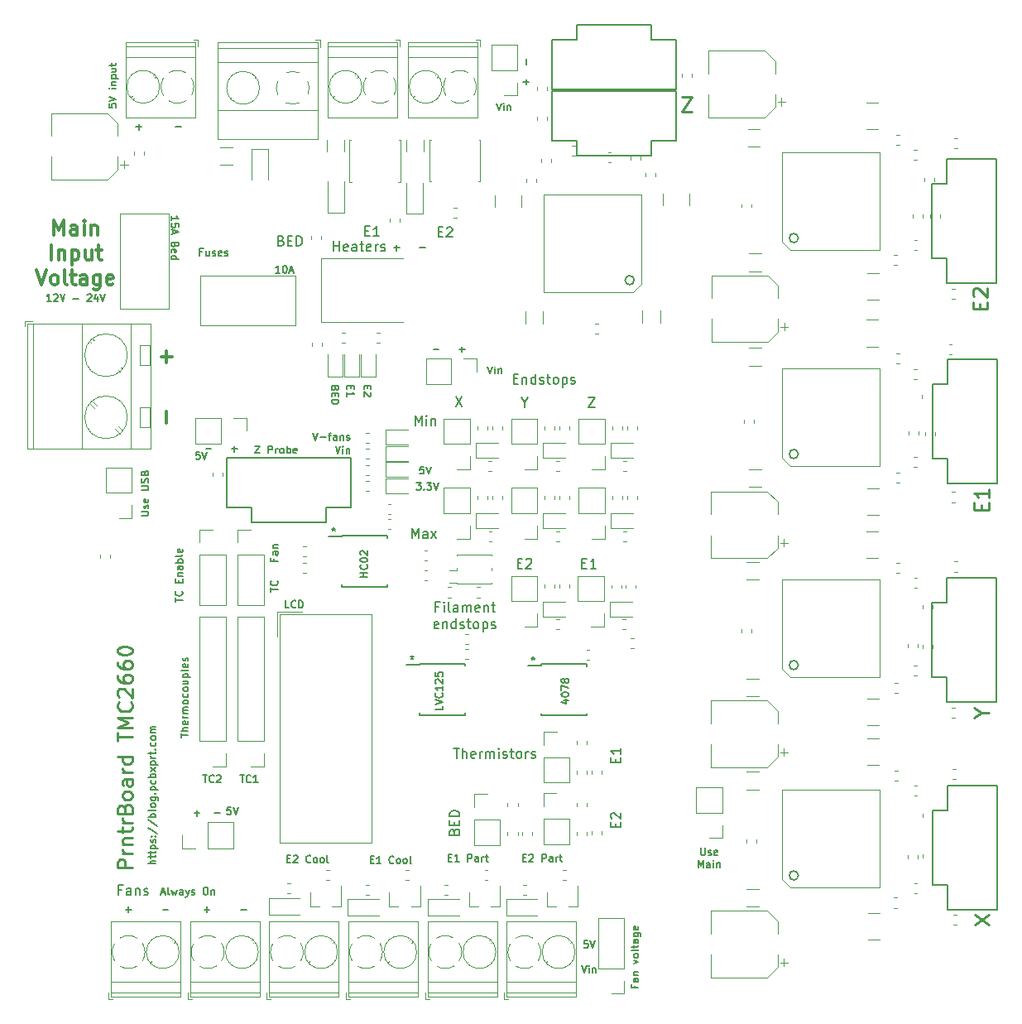
<source format=gto>
%TF.GenerationSoftware,KiCad,Pcbnew,6.0.0-unknown-920f128~86~ubuntu19.04.1*%
%TF.CreationDate,2019-07-19T01:03:52-07:00*%
%TF.ProjectId,PrntrBoardV1,50726e74-7242-46f6-9172-6456312e6b69,rev?*%
%TF.SameCoordinates,PX1303eb8PY7093f24*%
%TF.FileFunction,Legend,Top*%
%TF.FilePolarity,Positive*%
%FSLAX46Y46*%
G04 Gerber Fmt 4.6, Leading zero omitted, Abs format (unit mm)*
G04 Created by KiCad (PCBNEW 6.0.0-unknown-920f128~86~ubuntu19.04.1) date 2019-07-19 01:03:52*
%MOMM*%
%LPD*%
G04 APERTURE LIST*
%ADD10C,0.150000*%
%ADD11C,0.200000*%
%ADD12C,0.250000*%
%ADD13C,0.300000*%
%ADD14C,0.120000*%
%ADD15C,0.100000*%
%ADD16C,0.152400*%
G04 APERTURE END LIST*
D10*
X28750285Y58357215D02*
X29000285Y57607215D01*
X29250285Y58357215D01*
X29500285Y57892929D02*
X30071714Y57892929D01*
X30321714Y58107215D02*
X30607428Y58107215D01*
X30428857Y57607215D02*
X30428857Y58250072D01*
X30464571Y58321500D01*
X30536000Y58357215D01*
X30607428Y58357215D01*
X31178857Y57607215D02*
X31178857Y58000072D01*
X31143142Y58071500D01*
X31071714Y58107215D01*
X30928857Y58107215D01*
X30857428Y58071500D01*
X31178857Y57642929D02*
X31107428Y57607215D01*
X30928857Y57607215D01*
X30857428Y57642929D01*
X30821714Y57714358D01*
X30821714Y57785786D01*
X30857428Y57857215D01*
X30928857Y57892929D01*
X31107428Y57892929D01*
X31178857Y57928643D01*
X31536000Y58107215D02*
X31536000Y57607215D01*
X31536000Y58035786D02*
X31571714Y58071500D01*
X31643142Y58107215D01*
X31750285Y58107215D01*
X31821714Y58071500D01*
X31857428Y58000072D01*
X31857428Y57607215D01*
X32178857Y57642929D02*
X32250285Y57607215D01*
X32393142Y57607215D01*
X32464571Y57642929D01*
X32500285Y57714358D01*
X32500285Y57750072D01*
X32464571Y57821500D01*
X32393142Y57857215D01*
X32286000Y57857215D01*
X32214571Y57892929D01*
X32178857Y57964358D01*
X32178857Y58000072D01*
X32214571Y58071500D01*
X32286000Y58107215D01*
X32393142Y58107215D01*
X32464571Y58071500D01*
X34314571Y63164358D02*
X34314571Y62914358D01*
X33921714Y62807215D02*
X33921714Y63164358D01*
X34671714Y63164358D01*
X34671714Y62807215D01*
X34600285Y62521500D02*
X34636000Y62485786D01*
X34671714Y62414358D01*
X34671714Y62235786D01*
X34636000Y62164358D01*
X34600285Y62128643D01*
X34528857Y62092929D01*
X34457428Y62092929D01*
X34350285Y62128643D01*
X33921714Y62557215D01*
X33921714Y62092929D01*
X32614571Y63164358D02*
X32614571Y62914358D01*
X32221714Y62807215D02*
X32221714Y63164358D01*
X32971714Y63164358D01*
X32971714Y62807215D01*
X32221714Y62092929D02*
X32221714Y62521500D01*
X32221714Y62307215D02*
X32971714Y62307215D01*
X32864571Y62378643D01*
X32793142Y62450072D01*
X32757428Y62521500D01*
X31014571Y62907215D02*
X30978857Y62800072D01*
X30943142Y62764358D01*
X30871714Y62728643D01*
X30764571Y62728643D01*
X30693142Y62764358D01*
X30657428Y62800072D01*
X30621714Y62871500D01*
X30621714Y63157215D01*
X31371714Y63157215D01*
X31371714Y62907215D01*
X31336000Y62835786D01*
X31300285Y62800072D01*
X31228857Y62764358D01*
X31157428Y62764358D01*
X31086000Y62800072D01*
X31050285Y62835786D01*
X31014571Y62907215D01*
X31014571Y63157215D01*
X31014571Y62407215D02*
X31014571Y62157215D01*
X30621714Y62050072D02*
X30621714Y62407215D01*
X31371714Y62407215D01*
X31371714Y62050072D01*
X30621714Y61728643D02*
X31371714Y61728643D01*
X31371714Y61550072D01*
X31336000Y61442929D01*
X31264571Y61371500D01*
X31193142Y61335786D01*
X31050285Y61300072D01*
X30943142Y61300072D01*
X30800285Y61335786D01*
X30728857Y61371500D01*
X30657428Y61442929D01*
X30621714Y61550072D01*
X30621714Y61728643D01*
X17400285Y76850072D02*
X17150285Y76850072D01*
X17150285Y76457215D02*
X17150285Y77207215D01*
X17507428Y77207215D01*
X18114571Y76957215D02*
X18114571Y76457215D01*
X17793142Y76957215D02*
X17793142Y76564358D01*
X17828857Y76492929D01*
X17900285Y76457215D01*
X18007428Y76457215D01*
X18078857Y76492929D01*
X18114571Y76528643D01*
X18436000Y76492929D02*
X18507428Y76457215D01*
X18650285Y76457215D01*
X18721714Y76492929D01*
X18757428Y76564358D01*
X18757428Y76600072D01*
X18721714Y76671500D01*
X18650285Y76707215D01*
X18543142Y76707215D01*
X18471714Y76742929D01*
X18436000Y76814358D01*
X18436000Y76850072D01*
X18471714Y76921500D01*
X18543142Y76957215D01*
X18650285Y76957215D01*
X18721714Y76921500D01*
X19364571Y76492929D02*
X19293142Y76457215D01*
X19150285Y76457215D01*
X19078857Y76492929D01*
X19043142Y76564358D01*
X19043142Y76850072D01*
X19078857Y76921500D01*
X19150285Y76957215D01*
X19293142Y76957215D01*
X19364571Y76921500D01*
X19400285Y76850072D01*
X19400285Y76778643D01*
X19043142Y76707215D01*
X19686000Y76492929D02*
X19757428Y76457215D01*
X19900285Y76457215D01*
X19971714Y76492929D01*
X20007428Y76564358D01*
X20007428Y76600072D01*
X19971714Y76671500D01*
X19900285Y76707215D01*
X19793142Y76707215D01*
X19721714Y76742929D01*
X19686000Y76814358D01*
X19686000Y76850072D01*
X19721714Y76921500D01*
X19793142Y76957215D01*
X19900285Y76957215D01*
X19971714Y76921500D01*
X37000857Y77289429D02*
X37572285Y77289429D01*
X37286571Y77003715D02*
X37286571Y77575143D01*
X39643714Y77289429D02*
X40215142Y77289429D01*
D11*
X9154333Y11617929D02*
X8821000Y11617929D01*
X8821000Y11094120D02*
X8821000Y12094120D01*
X9297190Y12094120D01*
X10106714Y11094120D02*
X10106714Y11617929D01*
X10059095Y11713167D01*
X9963857Y11760786D01*
X9773380Y11760786D01*
X9678142Y11713167D01*
X10106714Y11141739D02*
X10011476Y11094120D01*
X9773380Y11094120D01*
X9678142Y11141739D01*
X9630523Y11236977D01*
X9630523Y11332215D01*
X9678142Y11427453D01*
X9773380Y11475072D01*
X10011476Y11475072D01*
X10106714Y11522691D01*
X10582904Y11760786D02*
X10582904Y11094120D01*
X10582904Y11665548D02*
X10630523Y11713167D01*
X10725761Y11760786D01*
X10868619Y11760786D01*
X10963857Y11713167D01*
X11011476Y11617929D01*
X11011476Y11094120D01*
X11440047Y11141739D02*
X11535285Y11094120D01*
X11725761Y11094120D01*
X11821000Y11141739D01*
X11868619Y11236977D01*
X11868619Y11284596D01*
X11821000Y11379834D01*
X11725761Y11427453D01*
X11582904Y11427453D01*
X11487666Y11475072D01*
X11440047Y11570310D01*
X11440047Y11617929D01*
X11487666Y11713167D01*
X11582904Y11760786D01*
X11725761Y11760786D01*
X11821000Y11713167D01*
D10*
X14650285Y41046500D02*
X14650285Y41475072D01*
X15400285Y41260786D02*
X14650285Y41260786D01*
X15328857Y42153643D02*
X15364571Y42117929D01*
X15400285Y42010786D01*
X15400285Y41939358D01*
X15364571Y41832215D01*
X15293142Y41760786D01*
X15221714Y41725072D01*
X15078857Y41689358D01*
X14971714Y41689358D01*
X14828857Y41725072D01*
X14757428Y41760786D01*
X14686000Y41832215D01*
X14650285Y41939358D01*
X14650285Y42010786D01*
X14686000Y42117929D01*
X14721714Y42153643D01*
X15007428Y43046500D02*
X15007428Y43296500D01*
X15400285Y43403643D02*
X15400285Y43046500D01*
X14650285Y43046500D01*
X14650285Y43403643D01*
X14900285Y43725072D02*
X15400285Y43725072D01*
X14971714Y43725072D02*
X14936000Y43760786D01*
X14900285Y43832215D01*
X14900285Y43939358D01*
X14936000Y44010786D01*
X15007428Y44046500D01*
X15400285Y44046500D01*
X15400285Y44725072D02*
X15007428Y44725072D01*
X14936000Y44689358D01*
X14900285Y44617929D01*
X14900285Y44475072D01*
X14936000Y44403643D01*
X15364571Y44725072D02*
X15400285Y44653643D01*
X15400285Y44475072D01*
X15364571Y44403643D01*
X15293142Y44367929D01*
X15221714Y44367929D01*
X15150285Y44403643D01*
X15114571Y44475072D01*
X15114571Y44653643D01*
X15078857Y44725072D01*
X15400285Y45082215D02*
X14650285Y45082215D01*
X14936000Y45082215D02*
X14900285Y45153643D01*
X14900285Y45296500D01*
X14936000Y45367929D01*
X14971714Y45403643D01*
X15043142Y45439358D01*
X15257428Y45439358D01*
X15328857Y45403643D01*
X15364571Y45367929D01*
X15400285Y45296500D01*
X15400285Y45153643D01*
X15364571Y45082215D01*
X15400285Y45867929D02*
X15364571Y45796500D01*
X15293142Y45760786D01*
X14650285Y45760786D01*
X15364571Y46439358D02*
X15400285Y46367929D01*
X15400285Y46225072D01*
X15364571Y46153643D01*
X15293142Y46117929D01*
X15007428Y46117929D01*
X14936000Y46153643D01*
X14900285Y46225072D01*
X14900285Y46367929D01*
X14936000Y46439358D01*
X15007428Y46475072D01*
X15078857Y46475072D01*
X15150285Y46117929D01*
X1925285Y71807215D02*
X1496714Y71807215D01*
X1711000Y71807215D02*
X1711000Y72557215D01*
X1639571Y72450072D01*
X1568142Y72378643D01*
X1496714Y72342929D01*
X2211000Y72485786D02*
X2246714Y72521500D01*
X2318142Y72557215D01*
X2496714Y72557215D01*
X2568142Y72521500D01*
X2603857Y72485786D01*
X2639571Y72414358D01*
X2639571Y72342929D01*
X2603857Y72235786D01*
X2175285Y71807215D01*
X2639571Y71807215D01*
X2853857Y72557215D02*
X3103857Y71807215D01*
X3353857Y72557215D01*
X4175285Y72092929D02*
X4746714Y72092929D01*
X5639571Y72485786D02*
X5675285Y72521500D01*
X5746714Y72557215D01*
X5925285Y72557215D01*
X5996714Y72521500D01*
X6032428Y72485786D01*
X6068142Y72414358D01*
X6068142Y72342929D01*
X6032428Y72235786D01*
X5603857Y71807215D01*
X6068142Y71807215D01*
X6711000Y72307215D02*
X6711000Y71807215D01*
X6532428Y72592929D02*
X6353857Y72057215D01*
X6818142Y72057215D01*
X6996714Y72557215D02*
X7246714Y71807215D01*
X7496714Y72557215D01*
X14221714Y80082215D02*
X14221714Y80510786D01*
X14221714Y80296500D02*
X14971714Y80296500D01*
X14864571Y80367929D01*
X14793142Y80439358D01*
X14757428Y80510786D01*
X14971714Y79403643D02*
X14971714Y79760786D01*
X14614571Y79796500D01*
X14650285Y79760786D01*
X14686000Y79689358D01*
X14686000Y79510786D01*
X14650285Y79439358D01*
X14614571Y79403643D01*
X14543142Y79367929D01*
X14364571Y79367929D01*
X14293142Y79403643D01*
X14257428Y79439358D01*
X14221714Y79510786D01*
X14221714Y79689358D01*
X14257428Y79760786D01*
X14293142Y79796500D01*
X14436000Y79082215D02*
X14436000Y78725072D01*
X14221714Y79153643D02*
X14971714Y78903643D01*
X14221714Y78653643D01*
X14614571Y77582215D02*
X14578857Y77475072D01*
X14543142Y77439358D01*
X14471714Y77403643D01*
X14364571Y77403643D01*
X14293142Y77439358D01*
X14257428Y77475072D01*
X14221714Y77546500D01*
X14221714Y77832215D01*
X14971714Y77832215D01*
X14971714Y77582215D01*
X14936000Y77510786D01*
X14900285Y77475072D01*
X14828857Y77439358D01*
X14757428Y77439358D01*
X14686000Y77475072D01*
X14650285Y77510786D01*
X14614571Y77582215D01*
X14614571Y77832215D01*
X14257428Y76796500D02*
X14221714Y76867929D01*
X14221714Y77010786D01*
X14257428Y77082215D01*
X14328857Y77117929D01*
X14614571Y77117929D01*
X14686000Y77082215D01*
X14721714Y77010786D01*
X14721714Y76867929D01*
X14686000Y76796500D01*
X14614571Y76760786D01*
X14543142Y76760786D01*
X14471714Y77117929D01*
X14221714Y76117929D02*
X14971714Y76117929D01*
X14257428Y76117929D02*
X14221714Y76189358D01*
X14221714Y76332215D01*
X14257428Y76403643D01*
X14293142Y76439358D01*
X14364571Y76475072D01*
X14578857Y76475072D01*
X14650285Y76439358D01*
X14686000Y76403643D01*
X14721714Y76332215D01*
X14721714Y76189358D01*
X14686000Y76117929D01*
X25346714Y74707215D02*
X24918142Y74707215D01*
X25132428Y74707215D02*
X25132428Y75457215D01*
X25061000Y75350072D01*
X24989571Y75278643D01*
X24918142Y75242929D01*
X25811000Y75457215D02*
X25882428Y75457215D01*
X25953857Y75421500D01*
X25989571Y75385786D01*
X26025285Y75314358D01*
X26061000Y75171500D01*
X26061000Y74992929D01*
X26025285Y74850072D01*
X25989571Y74778643D01*
X25953857Y74742929D01*
X25882428Y74707215D01*
X25811000Y74707215D01*
X25739571Y74742929D01*
X25703857Y74778643D01*
X25668142Y74850072D01*
X25632428Y74992929D01*
X25632428Y75171500D01*
X25668142Y75314358D01*
X25703857Y75385786D01*
X25739571Y75421500D01*
X25811000Y75457215D01*
X26346714Y74921500D02*
X26703857Y74921500D01*
X26275285Y74707215D02*
X26525285Y75457215D01*
X26775285Y74707215D01*
X61632428Y1828643D02*
X61632428Y1578643D01*
X62025285Y1578643D02*
X61275285Y1578643D01*
X61275285Y1935786D01*
X62025285Y2542929D02*
X61632428Y2542929D01*
X61561000Y2507215D01*
X61525285Y2435786D01*
X61525285Y2292929D01*
X61561000Y2221500D01*
X61989571Y2542929D02*
X62025285Y2471500D01*
X62025285Y2292929D01*
X61989571Y2221500D01*
X61918142Y2185786D01*
X61846714Y2185786D01*
X61775285Y2221500D01*
X61739571Y2292929D01*
X61739571Y2471500D01*
X61703857Y2542929D01*
X61525285Y2900072D02*
X62025285Y2900072D01*
X61596714Y2900072D02*
X61561000Y2935786D01*
X61525285Y3007215D01*
X61525285Y3114358D01*
X61561000Y3185786D01*
X61632428Y3221500D01*
X62025285Y3221500D01*
X61525285Y4078643D02*
X62025285Y4257215D01*
X61525285Y4435786D01*
X62025285Y4828643D02*
X61989571Y4757215D01*
X61953857Y4721500D01*
X61882428Y4685786D01*
X61668142Y4685786D01*
X61596714Y4721500D01*
X61561000Y4757215D01*
X61525285Y4828643D01*
X61525285Y4935786D01*
X61561000Y5007215D01*
X61596714Y5042929D01*
X61668142Y5078643D01*
X61882428Y5078643D01*
X61953857Y5042929D01*
X61989571Y5007215D01*
X62025285Y4935786D01*
X62025285Y4828643D01*
X62025285Y5507215D02*
X61989571Y5435786D01*
X61918142Y5400072D01*
X61275285Y5400072D01*
X61525285Y5685786D02*
X61525285Y5971500D01*
X61275285Y5792929D02*
X61918142Y5792929D01*
X61989571Y5828643D01*
X62025285Y5900072D01*
X62025285Y5971500D01*
X62025285Y6542929D02*
X61632428Y6542929D01*
X61561000Y6507215D01*
X61525285Y6435786D01*
X61525285Y6292929D01*
X61561000Y6221500D01*
X61989571Y6542929D02*
X62025285Y6471500D01*
X62025285Y6292929D01*
X61989571Y6221500D01*
X61918142Y6185786D01*
X61846714Y6185786D01*
X61775285Y6221500D01*
X61739571Y6292929D01*
X61739571Y6471500D01*
X61703857Y6542929D01*
X61525285Y7221500D02*
X62132428Y7221500D01*
X62203857Y7185786D01*
X62239571Y7150072D01*
X62275285Y7078643D01*
X62275285Y6971500D01*
X62239571Y6900072D01*
X61989571Y7221500D02*
X62025285Y7150072D01*
X62025285Y7007215D01*
X61989571Y6935786D01*
X61953857Y6900072D01*
X61882428Y6864358D01*
X61668142Y6864358D01*
X61596714Y6900072D01*
X61561000Y6935786D01*
X61525285Y7007215D01*
X61525285Y7150072D01*
X61561000Y7221500D01*
X61989571Y7864358D02*
X62025285Y7792929D01*
X62025285Y7650072D01*
X61989571Y7578643D01*
X61918142Y7542929D01*
X61632428Y7542929D01*
X61561000Y7578643D01*
X61525285Y7650072D01*
X61525285Y7792929D01*
X61561000Y7864358D01*
X61632428Y7900072D01*
X61703857Y7900072D01*
X61775285Y7542929D01*
D12*
X10239571Y13860786D02*
X8739571Y13860786D01*
X8739571Y14432215D01*
X8811000Y14575072D01*
X8882428Y14646500D01*
X9025285Y14717929D01*
X9239571Y14717929D01*
X9382428Y14646500D01*
X9453857Y14575072D01*
X9525285Y14432215D01*
X9525285Y13860786D01*
X10239571Y15360786D02*
X9239571Y15360786D01*
X9525285Y15360786D02*
X9382428Y15432215D01*
X9311000Y15503643D01*
X9239571Y15646500D01*
X9239571Y15789358D01*
X9239571Y16289358D02*
X10239571Y16289358D01*
X9382428Y16289358D02*
X9311000Y16360786D01*
X9239571Y16503643D01*
X9239571Y16717929D01*
X9311000Y16860786D01*
X9453857Y16932215D01*
X10239571Y16932215D01*
X9239571Y17432215D02*
X9239571Y18003643D01*
X8739571Y17646500D02*
X10025285Y17646500D01*
X10168142Y17717929D01*
X10239571Y17860786D01*
X10239571Y18003643D01*
X10239571Y18503643D02*
X9239571Y18503643D01*
X9525285Y18503643D02*
X9382428Y18575072D01*
X9311000Y18646500D01*
X9239571Y18789358D01*
X9239571Y18932215D01*
X9453857Y19932215D02*
X9525285Y20146500D01*
X9596714Y20217929D01*
X9739571Y20289358D01*
X9953857Y20289358D01*
X10096714Y20217929D01*
X10168142Y20146500D01*
X10239571Y20003643D01*
X10239571Y19432215D01*
X8739571Y19432215D01*
X8739571Y19932215D01*
X8811000Y20075072D01*
X8882428Y20146500D01*
X9025285Y20217929D01*
X9168142Y20217929D01*
X9311000Y20146500D01*
X9382428Y20075072D01*
X9453857Y19932215D01*
X9453857Y19432215D01*
X10239571Y21146500D02*
X10168142Y21003643D01*
X10096714Y20932215D01*
X9953857Y20860786D01*
X9525285Y20860786D01*
X9382428Y20932215D01*
X9311000Y21003643D01*
X9239571Y21146500D01*
X9239571Y21360786D01*
X9311000Y21503643D01*
X9382428Y21575072D01*
X9525285Y21646500D01*
X9953857Y21646500D01*
X10096714Y21575072D01*
X10168142Y21503643D01*
X10239571Y21360786D01*
X10239571Y21146500D01*
X10239571Y22932215D02*
X9453857Y22932215D01*
X9311000Y22860786D01*
X9239571Y22717929D01*
X9239571Y22432215D01*
X9311000Y22289358D01*
X10168142Y22932215D02*
X10239571Y22789358D01*
X10239571Y22432215D01*
X10168142Y22289358D01*
X10025285Y22217929D01*
X9882428Y22217929D01*
X9739571Y22289358D01*
X9668142Y22432215D01*
X9668142Y22789358D01*
X9596714Y22932215D01*
X10239571Y23646500D02*
X9239571Y23646500D01*
X9525285Y23646500D02*
X9382428Y23717929D01*
X9311000Y23789358D01*
X9239571Y23932215D01*
X9239571Y24075072D01*
X10239571Y25217929D02*
X8739571Y25217929D01*
X10168142Y25217929D02*
X10239571Y25075072D01*
X10239571Y24789358D01*
X10168142Y24646500D01*
X10096714Y24575072D01*
X9953857Y24503643D01*
X9525285Y24503643D01*
X9382428Y24575072D01*
X9311000Y24646500D01*
X9239571Y24789358D01*
X9239571Y25075072D01*
X9311000Y25217929D01*
X8739571Y26860786D02*
X8739571Y27717929D01*
X10239571Y27289358D02*
X8739571Y27289358D01*
X10239571Y28217929D02*
X8739571Y28217929D01*
X9811000Y28717929D01*
X8739571Y29217929D01*
X10239571Y29217929D01*
X10096714Y30789358D02*
X10168142Y30717929D01*
X10239571Y30503643D01*
X10239571Y30360786D01*
X10168142Y30146500D01*
X10025285Y30003643D01*
X9882428Y29932215D01*
X9596714Y29860786D01*
X9382428Y29860786D01*
X9096714Y29932215D01*
X8953857Y30003643D01*
X8811000Y30146500D01*
X8739571Y30360786D01*
X8739571Y30503643D01*
X8811000Y30717929D01*
X8882428Y30789358D01*
X8882428Y31360786D02*
X8811000Y31432215D01*
X8739571Y31575072D01*
X8739571Y31932215D01*
X8811000Y32075072D01*
X8882428Y32146500D01*
X9025285Y32217929D01*
X9168142Y32217929D01*
X9382428Y32146500D01*
X10239571Y31289358D01*
X10239571Y32217929D01*
X8739571Y33503643D02*
X8739571Y33217929D01*
X8811000Y33075072D01*
X8882428Y33003643D01*
X9096714Y32860786D01*
X9382428Y32789358D01*
X9953857Y32789358D01*
X10096714Y32860786D01*
X10168142Y32932215D01*
X10239571Y33075072D01*
X10239571Y33360786D01*
X10168142Y33503643D01*
X10096714Y33575072D01*
X9953857Y33646500D01*
X9596714Y33646500D01*
X9453857Y33575072D01*
X9382428Y33503643D01*
X9311000Y33360786D01*
X9311000Y33075072D01*
X9382428Y32932215D01*
X9453857Y32860786D01*
X9596714Y32789358D01*
X8739571Y34932215D02*
X8739571Y34646500D01*
X8811000Y34503643D01*
X8882428Y34432215D01*
X9096714Y34289358D01*
X9382428Y34217929D01*
X9953857Y34217929D01*
X10096714Y34289358D01*
X10168142Y34360786D01*
X10239571Y34503643D01*
X10239571Y34789358D01*
X10168142Y34932215D01*
X10096714Y35003643D01*
X9953857Y35075072D01*
X9596714Y35075072D01*
X9453857Y35003643D01*
X9382428Y34932215D01*
X9311000Y34789358D01*
X9311000Y34503643D01*
X9382428Y34360786D01*
X9453857Y34289358D01*
X9596714Y34217929D01*
X8739571Y36003643D02*
X8739571Y36146500D01*
X8811000Y36289358D01*
X8882428Y36360786D01*
X9025285Y36432215D01*
X9311000Y36503643D01*
X9668142Y36503643D01*
X9953857Y36432215D01*
X10096714Y36360786D01*
X10168142Y36289358D01*
X10239571Y36146500D01*
X10239571Y36003643D01*
X10168142Y35860786D01*
X10096714Y35789358D01*
X9953857Y35717929D01*
X9668142Y35646500D01*
X9311000Y35646500D01*
X9025285Y35717929D01*
X8882428Y35789358D01*
X8811000Y35860786D01*
X8739571Y36003643D01*
D10*
X12650285Y14278643D02*
X11900285Y14278643D01*
X12650285Y14600072D02*
X12257428Y14600072D01*
X12186000Y14564358D01*
X12150285Y14492929D01*
X12150285Y14385786D01*
X12186000Y14314358D01*
X12221714Y14278643D01*
X12150285Y14850072D02*
X12150285Y15135786D01*
X11900285Y14957215D02*
X12543142Y14957215D01*
X12614571Y14992929D01*
X12650285Y15064358D01*
X12650285Y15135786D01*
X12150285Y15278643D02*
X12150285Y15564358D01*
X11900285Y15385786D02*
X12543142Y15385786D01*
X12614571Y15421500D01*
X12650285Y15492929D01*
X12650285Y15564358D01*
X12150285Y15814358D02*
X12900285Y15814358D01*
X12186000Y15814358D02*
X12150285Y15885786D01*
X12150285Y16028643D01*
X12186000Y16100072D01*
X12221714Y16135786D01*
X12293142Y16171500D01*
X12507428Y16171500D01*
X12578857Y16135786D01*
X12614571Y16100072D01*
X12650285Y16028643D01*
X12650285Y15885786D01*
X12614571Y15814358D01*
X12614571Y16457215D02*
X12650285Y16528643D01*
X12650285Y16671500D01*
X12614571Y16742929D01*
X12543142Y16778643D01*
X12507428Y16778643D01*
X12436000Y16742929D01*
X12400285Y16671500D01*
X12400285Y16564358D01*
X12364571Y16492929D01*
X12293142Y16457215D01*
X12257428Y16457215D01*
X12186000Y16492929D01*
X12150285Y16564358D01*
X12150285Y16671500D01*
X12186000Y16742929D01*
X12578857Y17100072D02*
X12614571Y17135786D01*
X12650285Y17100072D01*
X12614571Y17064358D01*
X12578857Y17100072D01*
X12650285Y17100072D01*
X12186000Y17100072D02*
X12221714Y17135786D01*
X12257428Y17100072D01*
X12221714Y17064358D01*
X12186000Y17100072D01*
X12257428Y17100072D01*
X11864571Y17992929D02*
X12828857Y17350072D01*
X11864571Y18778643D02*
X12828857Y18135786D01*
X12650285Y19028643D02*
X11900285Y19028643D01*
X12186000Y19028643D02*
X12150285Y19100072D01*
X12150285Y19242929D01*
X12186000Y19314358D01*
X12221714Y19350072D01*
X12293142Y19385786D01*
X12507428Y19385786D01*
X12578857Y19350072D01*
X12614571Y19314358D01*
X12650285Y19242929D01*
X12650285Y19100072D01*
X12614571Y19028643D01*
X12650285Y19814358D02*
X12614571Y19742929D01*
X12543142Y19707215D01*
X11900285Y19707215D01*
X12650285Y20207215D02*
X12614571Y20135786D01*
X12578857Y20100072D01*
X12507428Y20064358D01*
X12293142Y20064358D01*
X12221714Y20100072D01*
X12186000Y20135786D01*
X12150285Y20207215D01*
X12150285Y20314358D01*
X12186000Y20385786D01*
X12221714Y20421500D01*
X12293142Y20457215D01*
X12507428Y20457215D01*
X12578857Y20421500D01*
X12614571Y20385786D01*
X12650285Y20314358D01*
X12650285Y20207215D01*
X12150285Y21100072D02*
X12757428Y21100072D01*
X12828857Y21064358D01*
X12864571Y21028643D01*
X12900285Y20957215D01*
X12900285Y20850072D01*
X12864571Y20778643D01*
X12614571Y21100072D02*
X12650285Y21028643D01*
X12650285Y20885786D01*
X12614571Y20814358D01*
X12578857Y20778643D01*
X12507428Y20742929D01*
X12293142Y20742929D01*
X12221714Y20778643D01*
X12186000Y20814358D01*
X12150285Y20885786D01*
X12150285Y21028643D01*
X12186000Y21100072D01*
X12578857Y21457215D02*
X12614571Y21492929D01*
X12650285Y21457215D01*
X12614571Y21421500D01*
X12578857Y21457215D01*
X12650285Y21457215D01*
X12150285Y21814358D02*
X12900285Y21814358D01*
X12186000Y21814358D02*
X12150285Y21885786D01*
X12150285Y22028643D01*
X12186000Y22100072D01*
X12221714Y22135786D01*
X12293142Y22171500D01*
X12507428Y22171500D01*
X12578857Y22135786D01*
X12614571Y22100072D01*
X12650285Y22028643D01*
X12650285Y21885786D01*
X12614571Y21814358D01*
X12614571Y22814358D02*
X12650285Y22742929D01*
X12650285Y22600072D01*
X12614571Y22528643D01*
X12578857Y22492929D01*
X12507428Y22457215D01*
X12293142Y22457215D01*
X12221714Y22492929D01*
X12186000Y22528643D01*
X12150285Y22600072D01*
X12150285Y22742929D01*
X12186000Y22814358D01*
X12650285Y23135786D02*
X11900285Y23135786D01*
X12186000Y23135786D02*
X12150285Y23207215D01*
X12150285Y23350072D01*
X12186000Y23421500D01*
X12221714Y23457215D01*
X12293142Y23492929D01*
X12507428Y23492929D01*
X12578857Y23457215D01*
X12614571Y23421500D01*
X12650285Y23350072D01*
X12650285Y23207215D01*
X12614571Y23135786D01*
X12650285Y23742929D02*
X12150285Y24135786D01*
X12150285Y23742929D02*
X12650285Y24135786D01*
X12150285Y24421500D02*
X12900285Y24421500D01*
X12186000Y24421500D02*
X12150285Y24492929D01*
X12150285Y24635786D01*
X12186000Y24707215D01*
X12221714Y24742929D01*
X12293142Y24778643D01*
X12507428Y24778643D01*
X12578857Y24742929D01*
X12614571Y24707215D01*
X12650285Y24635786D01*
X12650285Y24492929D01*
X12614571Y24421500D01*
X12650285Y25100072D02*
X12150285Y25100072D01*
X12293142Y25100072D02*
X12221714Y25135786D01*
X12186000Y25171500D01*
X12150285Y25242929D01*
X12150285Y25314358D01*
X12150285Y25457215D02*
X12150285Y25742929D01*
X11900285Y25564358D02*
X12543142Y25564358D01*
X12614571Y25600072D01*
X12650285Y25671500D01*
X12650285Y25742929D01*
X12578857Y25992929D02*
X12614571Y26028643D01*
X12650285Y25992929D01*
X12614571Y25957215D01*
X12578857Y25992929D01*
X12650285Y25992929D01*
X12614571Y26671500D02*
X12650285Y26600072D01*
X12650285Y26457215D01*
X12614571Y26385786D01*
X12578857Y26350072D01*
X12507428Y26314358D01*
X12293142Y26314358D01*
X12221714Y26350072D01*
X12186000Y26385786D01*
X12150285Y26457215D01*
X12150285Y26600072D01*
X12186000Y26671500D01*
X12650285Y27100072D02*
X12614571Y27028643D01*
X12578857Y26992929D01*
X12507428Y26957215D01*
X12293142Y26957215D01*
X12221714Y26992929D01*
X12186000Y27028643D01*
X12150285Y27100072D01*
X12150285Y27207215D01*
X12186000Y27278643D01*
X12221714Y27314358D01*
X12293142Y27350072D01*
X12507428Y27350072D01*
X12578857Y27314358D01*
X12614571Y27278643D01*
X12650285Y27207215D01*
X12650285Y27100072D01*
X12650285Y27671500D02*
X12150285Y27671500D01*
X12221714Y27671500D02*
X12186000Y27707215D01*
X12150285Y27778643D01*
X12150285Y27885786D01*
X12186000Y27957215D01*
X12257428Y27992929D01*
X12650285Y27992929D01*
X12257428Y27992929D02*
X12186000Y28028643D01*
X12150285Y28100072D01*
X12150285Y28207215D01*
X12186000Y28278643D01*
X12257428Y28314358D01*
X12650285Y28314358D01*
D11*
X56270523Y45017929D02*
X56603857Y45017929D01*
X56746714Y44494120D02*
X56270523Y44494120D01*
X56270523Y45494120D01*
X56746714Y45494120D01*
X57699095Y44494120D02*
X57127666Y44494120D01*
X57413380Y44494120D02*
X57413380Y45494120D01*
X57318142Y45351262D01*
X57222904Y45256024D01*
X57127666Y45208405D01*
X49670523Y45017929D02*
X50003857Y45017929D01*
X50146714Y44494120D02*
X49670523Y44494120D01*
X49670523Y45494120D01*
X50146714Y45494120D01*
X50527666Y45398881D02*
X50575285Y45446500D01*
X50670523Y45494120D01*
X50908619Y45494120D01*
X51003857Y45446500D01*
X51051476Y45398881D01*
X51099095Y45303643D01*
X51099095Y45208405D01*
X51051476Y45065548D01*
X50480047Y44494120D01*
X51099095Y44494120D01*
X41618142Y40567929D02*
X41284809Y40567929D01*
X41284809Y40044120D02*
X41284809Y41044120D01*
X41761000Y41044120D01*
X42141952Y40044120D02*
X42141952Y40710786D01*
X42141952Y41044120D02*
X42094333Y40996500D01*
X42141952Y40948881D01*
X42189571Y40996500D01*
X42141952Y41044120D01*
X42141952Y40948881D01*
X42761000Y40044120D02*
X42665761Y40091739D01*
X42618142Y40186977D01*
X42618142Y41044120D01*
X43570523Y40044120D02*
X43570523Y40567929D01*
X43522904Y40663167D01*
X43427666Y40710786D01*
X43237190Y40710786D01*
X43141952Y40663167D01*
X43570523Y40091739D02*
X43475285Y40044120D01*
X43237190Y40044120D01*
X43141952Y40091739D01*
X43094333Y40186977D01*
X43094333Y40282215D01*
X43141952Y40377453D01*
X43237190Y40425072D01*
X43475285Y40425072D01*
X43570523Y40472691D01*
X44046714Y40044120D02*
X44046714Y40710786D01*
X44046714Y40615548D02*
X44094333Y40663167D01*
X44189571Y40710786D01*
X44332428Y40710786D01*
X44427666Y40663167D01*
X44475285Y40567929D01*
X44475285Y40044120D01*
X44475285Y40567929D02*
X44522904Y40663167D01*
X44618142Y40710786D01*
X44761000Y40710786D01*
X44856238Y40663167D01*
X44903857Y40567929D01*
X44903857Y40044120D01*
X45761000Y40091739D02*
X45665761Y40044120D01*
X45475285Y40044120D01*
X45380047Y40091739D01*
X45332428Y40186977D01*
X45332428Y40567929D01*
X45380047Y40663167D01*
X45475285Y40710786D01*
X45665761Y40710786D01*
X45761000Y40663167D01*
X45808619Y40567929D01*
X45808619Y40472691D01*
X45332428Y40377453D01*
X46237190Y40710786D02*
X46237190Y40044120D01*
X46237190Y40615548D02*
X46284809Y40663167D01*
X46380047Y40710786D01*
X46522904Y40710786D01*
X46618142Y40663167D01*
X46665761Y40567929D01*
X46665761Y40044120D01*
X46999095Y40710786D02*
X47380047Y40710786D01*
X47141952Y41044120D02*
X47141952Y40186977D01*
X47189571Y40091739D01*
X47284809Y40044120D01*
X47380047Y40044120D01*
X41546714Y38391739D02*
X41451476Y38344120D01*
X41261000Y38344120D01*
X41165761Y38391739D01*
X41118142Y38486977D01*
X41118142Y38867929D01*
X41165761Y38963167D01*
X41261000Y39010786D01*
X41451476Y39010786D01*
X41546714Y38963167D01*
X41594333Y38867929D01*
X41594333Y38772691D01*
X41118142Y38677453D01*
X42022904Y39010786D02*
X42022904Y38344120D01*
X42022904Y38915548D02*
X42070523Y38963167D01*
X42165761Y39010786D01*
X42308619Y39010786D01*
X42403857Y38963167D01*
X42451476Y38867929D01*
X42451476Y38344120D01*
X43356238Y38344120D02*
X43356238Y39344120D01*
X43356238Y38391739D02*
X43261000Y38344120D01*
X43070523Y38344120D01*
X42975285Y38391739D01*
X42927666Y38439358D01*
X42880047Y38534596D01*
X42880047Y38820310D01*
X42927666Y38915548D01*
X42975285Y38963167D01*
X43070523Y39010786D01*
X43261000Y39010786D01*
X43356238Y38963167D01*
X43784809Y38391739D02*
X43880047Y38344120D01*
X44070523Y38344120D01*
X44165761Y38391739D01*
X44213380Y38486977D01*
X44213380Y38534596D01*
X44165761Y38629834D01*
X44070523Y38677453D01*
X43927666Y38677453D01*
X43832428Y38725072D01*
X43784809Y38820310D01*
X43784809Y38867929D01*
X43832428Y38963167D01*
X43927666Y39010786D01*
X44070523Y39010786D01*
X44165761Y38963167D01*
X44499095Y39010786D02*
X44880047Y39010786D01*
X44641952Y39344120D02*
X44641952Y38486977D01*
X44689571Y38391739D01*
X44784809Y38344120D01*
X44880047Y38344120D01*
X45356238Y38344120D02*
X45261000Y38391739D01*
X45213380Y38439358D01*
X45165761Y38534596D01*
X45165761Y38820310D01*
X45213380Y38915548D01*
X45261000Y38963167D01*
X45356238Y39010786D01*
X45499095Y39010786D01*
X45594333Y38963167D01*
X45641952Y38915548D01*
X45689571Y38820310D01*
X45689571Y38534596D01*
X45641952Y38439358D01*
X45594333Y38391739D01*
X45499095Y38344120D01*
X45356238Y38344120D01*
X46118142Y39010786D02*
X46118142Y38010786D01*
X46118142Y38963167D02*
X46213380Y39010786D01*
X46403857Y39010786D01*
X46499095Y38963167D01*
X46546714Y38915548D01*
X46594333Y38820310D01*
X46594333Y38534596D01*
X46546714Y38439358D01*
X46499095Y38391739D01*
X46403857Y38344120D01*
X46213380Y38344120D01*
X46118142Y38391739D01*
X46975285Y38391739D02*
X47070523Y38344120D01*
X47261000Y38344120D01*
X47356238Y38391739D01*
X47403857Y38486977D01*
X47403857Y38534596D01*
X47356238Y38629834D01*
X47261000Y38677453D01*
X47118142Y38677453D01*
X47022904Y38725072D01*
X46975285Y38820310D01*
X46975285Y38867929D01*
X47022904Y38963167D01*
X47118142Y39010786D01*
X47261000Y39010786D01*
X47356238Y38963167D01*
D10*
X15210285Y27198358D02*
X15210285Y27626929D01*
X15960285Y27412643D02*
X15210285Y27412643D01*
X15960285Y27876929D02*
X15210285Y27876929D01*
X15960285Y28198358D02*
X15567428Y28198358D01*
X15496000Y28162643D01*
X15460285Y28091215D01*
X15460285Y27984072D01*
X15496000Y27912643D01*
X15531714Y27876929D01*
X15924571Y28841215D02*
X15960285Y28769786D01*
X15960285Y28626929D01*
X15924571Y28555500D01*
X15853142Y28519786D01*
X15567428Y28519786D01*
X15496000Y28555500D01*
X15460285Y28626929D01*
X15460285Y28769786D01*
X15496000Y28841215D01*
X15567428Y28876929D01*
X15638857Y28876929D01*
X15710285Y28519786D01*
X15960285Y29198358D02*
X15460285Y29198358D01*
X15603142Y29198358D02*
X15531714Y29234072D01*
X15496000Y29269786D01*
X15460285Y29341215D01*
X15460285Y29412643D01*
X15960285Y29662643D02*
X15460285Y29662643D01*
X15531714Y29662643D02*
X15496000Y29698358D01*
X15460285Y29769786D01*
X15460285Y29876929D01*
X15496000Y29948358D01*
X15567428Y29984072D01*
X15960285Y29984072D01*
X15567428Y29984072D02*
X15496000Y30019786D01*
X15460285Y30091215D01*
X15460285Y30198358D01*
X15496000Y30269786D01*
X15567428Y30305500D01*
X15960285Y30305500D01*
X15960285Y30769786D02*
X15924571Y30698358D01*
X15888857Y30662643D01*
X15817428Y30626929D01*
X15603142Y30626929D01*
X15531714Y30662643D01*
X15496000Y30698358D01*
X15460285Y30769786D01*
X15460285Y30876929D01*
X15496000Y30948358D01*
X15531714Y30984072D01*
X15603142Y31019786D01*
X15817428Y31019786D01*
X15888857Y30984072D01*
X15924571Y30948358D01*
X15960285Y30876929D01*
X15960285Y30769786D01*
X15924571Y31662643D02*
X15960285Y31591215D01*
X15960285Y31448358D01*
X15924571Y31376929D01*
X15888857Y31341215D01*
X15817428Y31305500D01*
X15603142Y31305500D01*
X15531714Y31341215D01*
X15496000Y31376929D01*
X15460285Y31448358D01*
X15460285Y31591215D01*
X15496000Y31662643D01*
X15960285Y32091215D02*
X15924571Y32019786D01*
X15888857Y31984072D01*
X15817428Y31948358D01*
X15603142Y31948358D01*
X15531714Y31984072D01*
X15496000Y32019786D01*
X15460285Y32091215D01*
X15460285Y32198358D01*
X15496000Y32269786D01*
X15531714Y32305500D01*
X15603142Y32341215D01*
X15817428Y32341215D01*
X15888857Y32305500D01*
X15924571Y32269786D01*
X15960285Y32198358D01*
X15960285Y32091215D01*
X15460285Y32984072D02*
X15960285Y32984072D01*
X15460285Y32662643D02*
X15853142Y32662643D01*
X15924571Y32698358D01*
X15960285Y32769786D01*
X15960285Y32876929D01*
X15924571Y32948358D01*
X15888857Y32984072D01*
X15460285Y33341215D02*
X16210285Y33341215D01*
X15496000Y33341215D02*
X15460285Y33412643D01*
X15460285Y33555500D01*
X15496000Y33626929D01*
X15531714Y33662643D01*
X15603142Y33698358D01*
X15817428Y33698358D01*
X15888857Y33662643D01*
X15924571Y33626929D01*
X15960285Y33555500D01*
X15960285Y33412643D01*
X15924571Y33341215D01*
X15960285Y34126929D02*
X15924571Y34055500D01*
X15853142Y34019786D01*
X15210285Y34019786D01*
X15924571Y34698358D02*
X15960285Y34626929D01*
X15960285Y34484072D01*
X15924571Y34412643D01*
X15853142Y34376929D01*
X15567428Y34376929D01*
X15496000Y34412643D01*
X15460285Y34484072D01*
X15460285Y34626929D01*
X15496000Y34698358D01*
X15567428Y34734072D01*
X15638857Y34734072D01*
X15710285Y34376929D01*
X15924571Y35019786D02*
X15960285Y35091215D01*
X15960285Y35234072D01*
X15924571Y35305500D01*
X15853142Y35341215D01*
X15817428Y35341215D01*
X15746000Y35305500D01*
X15710285Y35234072D01*
X15710285Y35126929D01*
X15674571Y35055500D01*
X15603142Y35019786D01*
X15567428Y35019786D01*
X15496000Y35055500D01*
X15460285Y35126929D01*
X15460285Y35234072D01*
X15496000Y35305500D01*
X38861000Y35557215D02*
X38861000Y35378643D01*
X38682428Y35450072D02*
X38861000Y35378643D01*
X39039571Y35450072D01*
X38753857Y35235786D02*
X38861000Y35378643D01*
X38968142Y35235786D01*
X42000285Y30410786D02*
X42000285Y30053643D01*
X41250285Y30053643D01*
X41250285Y30553643D02*
X42000285Y30803643D01*
X41250285Y31053643D01*
X41928857Y31732215D02*
X41964571Y31696500D01*
X42000285Y31589358D01*
X42000285Y31517929D01*
X41964571Y31410786D01*
X41893142Y31339358D01*
X41821714Y31303643D01*
X41678857Y31267929D01*
X41571714Y31267929D01*
X41428857Y31303643D01*
X41357428Y31339358D01*
X41286000Y31410786D01*
X41250285Y31517929D01*
X41250285Y31589358D01*
X41286000Y31696500D01*
X41321714Y31732215D01*
X42000285Y32446500D02*
X42000285Y32017929D01*
X42000285Y32232215D02*
X41250285Y32232215D01*
X41357428Y32160786D01*
X41428857Y32089358D01*
X41464571Y32017929D01*
X41321714Y32732215D02*
X41286000Y32767929D01*
X41250285Y32839358D01*
X41250285Y33017929D01*
X41286000Y33089358D01*
X41321714Y33125072D01*
X41393142Y33160786D01*
X41464571Y33160786D01*
X41571714Y33125072D01*
X42000285Y32696500D01*
X42000285Y33160786D01*
X41250285Y33839358D02*
X41250285Y33482215D01*
X41607428Y33446500D01*
X41571714Y33482215D01*
X41536000Y33553643D01*
X41536000Y33732215D01*
X41571714Y33803643D01*
X41607428Y33839358D01*
X41678857Y33875072D01*
X41857428Y33875072D01*
X41928857Y33839358D01*
X41964571Y33803643D01*
X42000285Y33732215D01*
X42000285Y33553643D01*
X41964571Y33482215D01*
X41928857Y33446500D01*
X51261000Y35457215D02*
X51261000Y35278643D01*
X51082428Y35350072D02*
X51261000Y35278643D01*
X51439571Y35350072D01*
X51153857Y35135786D02*
X51261000Y35278643D01*
X51368142Y35135786D01*
X54400285Y31017929D02*
X54900285Y31017929D01*
X54114571Y30839358D02*
X54650285Y30660786D01*
X54650285Y31125072D01*
X54150285Y31553643D02*
X54150285Y31625072D01*
X54186000Y31696500D01*
X54221714Y31732215D01*
X54293142Y31767929D01*
X54436000Y31803643D01*
X54614571Y31803643D01*
X54757428Y31767929D01*
X54828857Y31732215D01*
X54864571Y31696500D01*
X54900285Y31625072D01*
X54900285Y31553643D01*
X54864571Y31482215D01*
X54828857Y31446500D01*
X54757428Y31410786D01*
X54614571Y31375072D01*
X54436000Y31375072D01*
X54293142Y31410786D01*
X54221714Y31446500D01*
X54186000Y31482215D01*
X54150285Y31553643D01*
X54150285Y32053643D02*
X54150285Y32553643D01*
X54900285Y32232215D01*
X54471714Y32946500D02*
X54436000Y32875072D01*
X54400285Y32839358D01*
X54328857Y32803643D01*
X54293142Y32803643D01*
X54221714Y32839358D01*
X54186000Y32875072D01*
X54150285Y32946500D01*
X54150285Y33089358D01*
X54186000Y33160786D01*
X54221714Y33196500D01*
X54293142Y33232215D01*
X54328857Y33232215D01*
X54400285Y33196500D01*
X54436000Y33160786D01*
X54471714Y33089358D01*
X54471714Y32946500D01*
X54507428Y32875072D01*
X54543142Y32839358D01*
X54614571Y32803643D01*
X54757428Y32803643D01*
X54828857Y32839358D01*
X54864571Y32875072D01*
X54900285Y32946500D01*
X54900285Y33089358D01*
X54864571Y33160786D01*
X54828857Y33196500D01*
X54757428Y33232215D01*
X54614571Y33232215D01*
X54543142Y33196500D01*
X54507428Y33160786D01*
X54471714Y33089358D01*
X30861000Y48657215D02*
X30861000Y48478643D01*
X30682428Y48550072D02*
X30861000Y48478643D01*
X31039571Y48550072D01*
X30753857Y48335786D02*
X30861000Y48478643D01*
X30968142Y48335786D01*
X34300285Y43642929D02*
X33550285Y43642929D01*
X33907428Y43642929D02*
X33907428Y44071500D01*
X34300285Y44071500D02*
X33550285Y44071500D01*
X34228857Y44857215D02*
X34264571Y44821500D01*
X34300285Y44714358D01*
X34300285Y44642929D01*
X34264571Y44535786D01*
X34193142Y44464358D01*
X34121714Y44428643D01*
X33978857Y44392929D01*
X33871714Y44392929D01*
X33728857Y44428643D01*
X33657428Y44464358D01*
X33586000Y44535786D01*
X33550285Y44642929D01*
X33550285Y44714358D01*
X33586000Y44821500D01*
X33621714Y44857215D01*
X33550285Y45321500D02*
X33550285Y45392929D01*
X33586000Y45464358D01*
X33621714Y45500072D01*
X33693142Y45535786D01*
X33836000Y45571500D01*
X34014571Y45571500D01*
X34157428Y45535786D01*
X34228857Y45500072D01*
X34264571Y45464358D01*
X34300285Y45392929D01*
X34300285Y45321500D01*
X34264571Y45250072D01*
X34228857Y45214358D01*
X34157428Y45178643D01*
X34014571Y45142929D01*
X33836000Y45142929D01*
X33693142Y45178643D01*
X33621714Y45214358D01*
X33586000Y45250072D01*
X33550285Y45321500D01*
X33621714Y45857215D02*
X33586000Y45892929D01*
X33550285Y45964358D01*
X33550285Y46142929D01*
X33586000Y46214358D01*
X33621714Y46250072D01*
X33693142Y46285786D01*
X33764571Y46285786D01*
X33871714Y46250072D01*
X34300285Y45821500D01*
X34300285Y46285786D01*
X68421714Y15894715D02*
X68421714Y15287572D01*
X68457428Y15216143D01*
X68493142Y15180429D01*
X68564571Y15144715D01*
X68707428Y15144715D01*
X68778857Y15180429D01*
X68814571Y15216143D01*
X68850285Y15287572D01*
X68850285Y15894715D01*
X69171714Y15180429D02*
X69243142Y15144715D01*
X69386000Y15144715D01*
X69457428Y15180429D01*
X69493142Y15251858D01*
X69493142Y15287572D01*
X69457428Y15359000D01*
X69386000Y15394715D01*
X69278857Y15394715D01*
X69207428Y15430429D01*
X69171714Y15501858D01*
X69171714Y15537572D01*
X69207428Y15609000D01*
X69278857Y15644715D01*
X69386000Y15644715D01*
X69457428Y15609000D01*
X70100285Y15180429D02*
X70028857Y15144715D01*
X69886000Y15144715D01*
X69814571Y15180429D01*
X69778857Y15251858D01*
X69778857Y15537572D01*
X69814571Y15609000D01*
X69886000Y15644715D01*
X70028857Y15644715D01*
X70100285Y15609000D01*
X70136000Y15537572D01*
X70136000Y15466143D01*
X69778857Y15394715D01*
X68153857Y13869715D02*
X68153857Y14619715D01*
X68403857Y14084000D01*
X68653857Y14619715D01*
X68653857Y13869715D01*
X69332428Y13869715D02*
X69332428Y14262572D01*
X69296714Y14334000D01*
X69225285Y14369715D01*
X69082428Y14369715D01*
X69011000Y14334000D01*
X69332428Y13905429D02*
X69261000Y13869715D01*
X69082428Y13869715D01*
X69011000Y13905429D01*
X68975285Y13976858D01*
X68975285Y14048286D01*
X69011000Y14119715D01*
X69082428Y14155429D01*
X69261000Y14155429D01*
X69332428Y14191143D01*
X69689571Y13869715D02*
X69689571Y14369715D01*
X69689571Y14619715D02*
X69653857Y14584000D01*
X69689571Y14548286D01*
X69725285Y14584000D01*
X69689571Y14619715D01*
X69689571Y14548286D01*
X70046714Y14369715D02*
X70046714Y13869715D01*
X70046714Y14298286D02*
X70082428Y14334000D01*
X70153857Y14369715D01*
X70261000Y14369715D01*
X70332428Y14334000D01*
X70368142Y14262572D01*
X70368142Y13869715D01*
D11*
X49266952Y63892929D02*
X49600285Y63892929D01*
X49743142Y63369120D02*
X49266952Y63369120D01*
X49266952Y64369120D01*
X49743142Y64369120D01*
X50171714Y64035786D02*
X50171714Y63369120D01*
X50171714Y63940548D02*
X50219333Y63988167D01*
X50314571Y64035786D01*
X50457428Y64035786D01*
X50552666Y63988167D01*
X50600285Y63892929D01*
X50600285Y63369120D01*
X51505047Y63369120D02*
X51505047Y64369120D01*
X51505047Y63416739D02*
X51409809Y63369120D01*
X51219333Y63369120D01*
X51124095Y63416739D01*
X51076476Y63464358D01*
X51028857Y63559596D01*
X51028857Y63845310D01*
X51076476Y63940548D01*
X51124095Y63988167D01*
X51219333Y64035786D01*
X51409809Y64035786D01*
X51505047Y63988167D01*
X51933619Y63416739D02*
X52028857Y63369120D01*
X52219333Y63369120D01*
X52314571Y63416739D01*
X52362190Y63511977D01*
X52362190Y63559596D01*
X52314571Y63654834D01*
X52219333Y63702453D01*
X52076476Y63702453D01*
X51981238Y63750072D01*
X51933619Y63845310D01*
X51933619Y63892929D01*
X51981238Y63988167D01*
X52076476Y64035786D01*
X52219333Y64035786D01*
X52314571Y63988167D01*
X52647904Y64035786D02*
X53028857Y64035786D01*
X52790761Y64369120D02*
X52790761Y63511977D01*
X52838380Y63416739D01*
X52933619Y63369120D01*
X53028857Y63369120D01*
X53505047Y63369120D02*
X53409809Y63416739D01*
X53362190Y63464358D01*
X53314571Y63559596D01*
X53314571Y63845310D01*
X53362190Y63940548D01*
X53409809Y63988167D01*
X53505047Y64035786D01*
X53647904Y64035786D01*
X53743142Y63988167D01*
X53790761Y63940548D01*
X53838380Y63845310D01*
X53838380Y63559596D01*
X53790761Y63464358D01*
X53743142Y63416739D01*
X53647904Y63369120D01*
X53505047Y63369120D01*
X54266952Y64035786D02*
X54266952Y63035786D01*
X54266952Y63988167D02*
X54362190Y64035786D01*
X54552666Y64035786D01*
X54647904Y63988167D01*
X54695523Y63940548D01*
X54743142Y63845310D01*
X54743142Y63559596D01*
X54695523Y63464358D01*
X54647904Y63416739D01*
X54552666Y63369120D01*
X54362190Y63369120D01*
X54266952Y63416739D01*
X55124095Y63416739D02*
X55219333Y63369120D01*
X55409809Y63369120D01*
X55505047Y63416739D01*
X55552666Y63511977D01*
X55552666Y63559596D01*
X55505047Y63654834D01*
X55409809Y63702453D01*
X55266952Y63702453D01*
X55171714Y63750072D01*
X55124095Y63845310D01*
X55124095Y63892929D01*
X55171714Y63988167D01*
X55266952Y64035786D01*
X55409809Y64035786D01*
X55505047Y63988167D01*
X38870523Y47569120D02*
X38870523Y48569120D01*
X39203857Y47854834D01*
X39537190Y48569120D01*
X39537190Y47569120D01*
X40441952Y47569120D02*
X40441952Y48092929D01*
X40394333Y48188167D01*
X40299095Y48235786D01*
X40108619Y48235786D01*
X40013380Y48188167D01*
X40441952Y47616739D02*
X40346714Y47569120D01*
X40108619Y47569120D01*
X40013380Y47616739D01*
X39965761Y47711977D01*
X39965761Y47807215D01*
X40013380Y47902453D01*
X40108619Y47950072D01*
X40346714Y47950072D01*
X40441952Y47997691D01*
X40822904Y47569120D02*
X41346714Y48235786D01*
X40822904Y48235786D02*
X41346714Y47569120D01*
X39187190Y59144120D02*
X39187190Y60144120D01*
X39520523Y59429834D01*
X39853857Y60144120D01*
X39853857Y59144120D01*
X40330047Y59144120D02*
X40330047Y59810786D01*
X40330047Y60144120D02*
X40282428Y60096500D01*
X40330047Y60048881D01*
X40377666Y60096500D01*
X40330047Y60144120D01*
X40330047Y60048881D01*
X40806238Y59810786D02*
X40806238Y59144120D01*
X40806238Y59715548D02*
X40853857Y59763167D01*
X40949095Y59810786D01*
X41091952Y59810786D01*
X41187190Y59763167D01*
X41234809Y59667929D01*
X41234809Y59144120D01*
X56927666Y61994120D02*
X57594333Y61994120D01*
X56927666Y60994120D01*
X57594333Y60994120D01*
X50361000Y61470310D02*
X50361000Y60994120D01*
X50027666Y61994120D02*
X50361000Y61470310D01*
X50694333Y61994120D01*
X43327666Y62094120D02*
X43994333Y61094120D01*
X43994333Y62094120D02*
X43327666Y61094120D01*
D10*
X22818142Y57027215D02*
X23318142Y57027215D01*
X22818142Y56277215D01*
X23318142Y56277215D01*
X24175285Y56277215D02*
X24175285Y57027215D01*
X24461000Y57027215D01*
X24532428Y56991500D01*
X24568142Y56955786D01*
X24603857Y56884358D01*
X24603857Y56777215D01*
X24568142Y56705786D01*
X24532428Y56670072D01*
X24461000Y56634358D01*
X24175285Y56634358D01*
X24925285Y56277215D02*
X24925285Y56777215D01*
X24925285Y56634358D02*
X24961000Y56705786D01*
X24996714Y56741500D01*
X25068142Y56777215D01*
X25139571Y56777215D01*
X25496714Y56277215D02*
X25425285Y56312929D01*
X25389571Y56348643D01*
X25353857Y56420072D01*
X25353857Y56634358D01*
X25389571Y56705786D01*
X25425285Y56741500D01*
X25496714Y56777215D01*
X25603857Y56777215D01*
X25675285Y56741500D01*
X25711000Y56705786D01*
X25746714Y56634358D01*
X25746714Y56420072D01*
X25711000Y56348643D01*
X25675285Y56312929D01*
X25603857Y56277215D01*
X25496714Y56277215D01*
X26068142Y56277215D02*
X26068142Y57027215D01*
X26068142Y56741500D02*
X26139571Y56777215D01*
X26282428Y56777215D01*
X26353857Y56741500D01*
X26389571Y56705786D01*
X26425285Y56634358D01*
X26425285Y56420072D01*
X26389571Y56348643D01*
X26353857Y56312929D01*
X26282428Y56277215D01*
X26139571Y56277215D01*
X26068142Y56312929D01*
X27032428Y56312929D02*
X26961000Y56277215D01*
X26818142Y56277215D01*
X26746714Y56312929D01*
X26711000Y56384358D01*
X26711000Y56670072D01*
X26746714Y56741500D01*
X26818142Y56777215D01*
X26961000Y56777215D01*
X27032428Y56741500D01*
X27068142Y56670072D01*
X27068142Y56598643D01*
X26711000Y56527215D01*
D13*
X2246714Y78617929D02*
X2246714Y80117929D01*
X2746714Y79046500D01*
X3246714Y80117929D01*
X3246714Y78617929D01*
X4603857Y78617929D02*
X4603857Y79403643D01*
X4532428Y79546500D01*
X4389571Y79617929D01*
X4103857Y79617929D01*
X3961000Y79546500D01*
X4603857Y78689358D02*
X4461000Y78617929D01*
X4103857Y78617929D01*
X3961000Y78689358D01*
X3889571Y78832215D01*
X3889571Y78975072D01*
X3961000Y79117929D01*
X4103857Y79189358D01*
X4461000Y79189358D01*
X4603857Y79260786D01*
X5318142Y78617929D02*
X5318142Y79617929D01*
X5318142Y80117929D02*
X5246714Y80046500D01*
X5318142Y79975072D01*
X5389571Y80046500D01*
X5318142Y80117929D01*
X5318142Y79975072D01*
X6032428Y79617929D02*
X6032428Y78617929D01*
X6032428Y79475072D02*
X6103857Y79546500D01*
X6246714Y79617929D01*
X6461000Y79617929D01*
X6603857Y79546500D01*
X6675285Y79403643D01*
X6675285Y78617929D01*
X1996714Y76067929D02*
X1996714Y77567929D01*
X2711000Y77067929D02*
X2711000Y76067929D01*
X2711000Y76925072D02*
X2782428Y76996500D01*
X2925285Y77067929D01*
X3139571Y77067929D01*
X3282428Y76996500D01*
X3353857Y76853643D01*
X3353857Y76067929D01*
X4068142Y77067929D02*
X4068142Y75567929D01*
X4068142Y76996500D02*
X4211000Y77067929D01*
X4496714Y77067929D01*
X4639571Y76996500D01*
X4711000Y76925072D01*
X4782428Y76782215D01*
X4782428Y76353643D01*
X4711000Y76210786D01*
X4639571Y76139358D01*
X4496714Y76067929D01*
X4211000Y76067929D01*
X4068142Y76139358D01*
X6068142Y77067929D02*
X6068142Y76067929D01*
X5425285Y77067929D02*
X5425285Y76282215D01*
X5496714Y76139358D01*
X5639571Y76067929D01*
X5853857Y76067929D01*
X5996714Y76139358D01*
X6068142Y76210786D01*
X6568142Y77067929D02*
X7139571Y77067929D01*
X6782428Y77567929D02*
X6782428Y76282215D01*
X6853857Y76139358D01*
X6996714Y76067929D01*
X7139571Y76067929D01*
X461000Y75017929D02*
X961000Y73517929D01*
X1461000Y75017929D01*
X2175285Y73517929D02*
X2032428Y73589358D01*
X1961000Y73660786D01*
X1889571Y73803643D01*
X1889571Y74232215D01*
X1961000Y74375072D01*
X2032428Y74446500D01*
X2175285Y74517929D01*
X2389571Y74517929D01*
X2532428Y74446500D01*
X2603857Y74375072D01*
X2675285Y74232215D01*
X2675285Y73803643D01*
X2603857Y73660786D01*
X2532428Y73589358D01*
X2389571Y73517929D01*
X2175285Y73517929D01*
X3532428Y73517929D02*
X3389571Y73589358D01*
X3318142Y73732215D01*
X3318142Y75017929D01*
X3889571Y74517929D02*
X4461000Y74517929D01*
X4103857Y75017929D02*
X4103857Y73732215D01*
X4175285Y73589358D01*
X4318142Y73517929D01*
X4461000Y73517929D01*
X5603857Y73517929D02*
X5603857Y74303643D01*
X5532428Y74446500D01*
X5389571Y74517929D01*
X5103857Y74517929D01*
X4961000Y74446500D01*
X5603857Y73589358D02*
X5461000Y73517929D01*
X5103857Y73517929D01*
X4961000Y73589358D01*
X4889571Y73732215D01*
X4889571Y73875072D01*
X4961000Y74017929D01*
X5103857Y74089358D01*
X5461000Y74089358D01*
X5603857Y74160786D01*
X6961000Y74517929D02*
X6961000Y73303643D01*
X6889571Y73160786D01*
X6818142Y73089358D01*
X6675285Y73017929D01*
X6461000Y73017929D01*
X6318142Y73089358D01*
X6961000Y73589358D02*
X6818142Y73517929D01*
X6532428Y73517929D01*
X6389571Y73589358D01*
X6318142Y73660786D01*
X6246714Y73803643D01*
X6246714Y74232215D01*
X6318142Y74375072D01*
X6389571Y74446500D01*
X6532428Y74517929D01*
X6818142Y74517929D01*
X6961000Y74446500D01*
X8246714Y73589358D02*
X8103857Y73517929D01*
X7818142Y73517929D01*
X7675285Y73589358D01*
X7603857Y73732215D01*
X7603857Y74303643D01*
X7675285Y74446500D01*
X7818142Y74517929D01*
X8103857Y74517929D01*
X8246714Y74446500D01*
X8318142Y74303643D01*
X8318142Y74160786D01*
X7603857Y74017929D01*
D10*
X7850285Y92007215D02*
X7850285Y91650072D01*
X8207428Y91614358D01*
X8171714Y91650072D01*
X8136000Y91721500D01*
X8136000Y91900072D01*
X8171714Y91971500D01*
X8207428Y92007215D01*
X8278857Y92042929D01*
X8457428Y92042929D01*
X8528857Y92007215D01*
X8564571Y91971500D01*
X8600285Y91900072D01*
X8600285Y91721500D01*
X8564571Y91650072D01*
X8528857Y91614358D01*
X7850285Y92257215D02*
X8600285Y92507215D01*
X7850285Y92757215D01*
X8600285Y93578643D02*
X8100285Y93578643D01*
X7850285Y93578643D02*
X7886000Y93542929D01*
X7921714Y93578643D01*
X7886000Y93614358D01*
X7850285Y93578643D01*
X7921714Y93578643D01*
X8100285Y93935786D02*
X8600285Y93935786D01*
X8171714Y93935786D02*
X8136000Y93971500D01*
X8100285Y94042929D01*
X8100285Y94150072D01*
X8136000Y94221500D01*
X8207428Y94257215D01*
X8600285Y94257215D01*
X8100285Y94614358D02*
X8850285Y94614358D01*
X8136000Y94614358D02*
X8100285Y94685786D01*
X8100285Y94828643D01*
X8136000Y94900072D01*
X8171714Y94935786D01*
X8243142Y94971500D01*
X8457428Y94971500D01*
X8528857Y94935786D01*
X8564571Y94900072D01*
X8600285Y94828643D01*
X8600285Y94685786D01*
X8564571Y94614358D01*
X8100285Y95614358D02*
X8600285Y95614358D01*
X8100285Y95292929D02*
X8493142Y95292929D01*
X8564571Y95328643D01*
X8600285Y95400072D01*
X8600285Y95507215D01*
X8564571Y95578643D01*
X8528857Y95614358D01*
X8100285Y95864358D02*
X8100285Y96150072D01*
X7850285Y95971500D02*
X8493142Y95971500D01*
X8564571Y96007215D01*
X8600285Y96078643D01*
X8600285Y96150072D01*
D11*
X30869261Y76954120D02*
X30869261Y77954120D01*
X30869261Y77477929D02*
X31440690Y77477929D01*
X31440690Y76954120D02*
X31440690Y77954120D01*
X32297833Y77001739D02*
X32202595Y76954120D01*
X32012119Y76954120D01*
X31916880Y77001739D01*
X31869261Y77096977D01*
X31869261Y77477929D01*
X31916880Y77573167D01*
X32012119Y77620786D01*
X32202595Y77620786D01*
X32297833Y77573167D01*
X32345452Y77477929D01*
X32345452Y77382691D01*
X31869261Y77287453D01*
X33202595Y76954120D02*
X33202595Y77477929D01*
X33154976Y77573167D01*
X33059738Y77620786D01*
X32869261Y77620786D01*
X32774023Y77573167D01*
X33202595Y77001739D02*
X33107357Y76954120D01*
X32869261Y76954120D01*
X32774023Y77001739D01*
X32726404Y77096977D01*
X32726404Y77192215D01*
X32774023Y77287453D01*
X32869261Y77335072D01*
X33107357Y77335072D01*
X33202595Y77382691D01*
X33535928Y77620786D02*
X33916880Y77620786D01*
X33678785Y77954120D02*
X33678785Y77096977D01*
X33726404Y77001739D01*
X33821642Y76954120D01*
X33916880Y76954120D01*
X34631166Y77001739D02*
X34535928Y76954120D01*
X34345452Y76954120D01*
X34250214Y77001739D01*
X34202595Y77096977D01*
X34202595Y77477929D01*
X34250214Y77573167D01*
X34345452Y77620786D01*
X34535928Y77620786D01*
X34631166Y77573167D01*
X34678785Y77477929D01*
X34678785Y77382691D01*
X34202595Y77287453D01*
X35107357Y76954120D02*
X35107357Y77620786D01*
X35107357Y77430310D02*
X35154976Y77525548D01*
X35202595Y77573167D01*
X35297833Y77620786D01*
X35393071Y77620786D01*
X35678785Y77001739D02*
X35774023Y76954120D01*
X35964500Y76954120D01*
X36059738Y77001739D01*
X36107357Y77096977D01*
X36107357Y77144596D01*
X36059738Y77239834D01*
X35964500Y77287453D01*
X35821642Y77287453D01*
X35726404Y77335072D01*
X35678785Y77430310D01*
X35678785Y77477929D01*
X35726404Y77573167D01*
X35821642Y77620786D01*
X35964500Y77620786D01*
X36059738Y77573167D01*
X41570523Y78917929D02*
X41903857Y78917929D01*
X42046714Y78394120D02*
X41570523Y78394120D01*
X41570523Y79394120D01*
X42046714Y79394120D01*
X42427666Y79298881D02*
X42475285Y79346500D01*
X42570523Y79394120D01*
X42808619Y79394120D01*
X42903857Y79346500D01*
X42951476Y79298881D01*
X42999095Y79203643D01*
X42999095Y79108405D01*
X42951476Y78965548D01*
X42380047Y78394120D01*
X42999095Y78394120D01*
X34070523Y79017929D02*
X34403857Y79017929D01*
X34546714Y78494120D02*
X34070523Y78494120D01*
X34070523Y79494120D01*
X34546714Y79494120D01*
X35499095Y78494120D02*
X34927666Y78494120D01*
X35213380Y78494120D02*
X35213380Y79494120D01*
X35118142Y79351262D01*
X35022904Y79256024D01*
X34927666Y79208405D01*
X25480047Y78017929D02*
X25622904Y77970310D01*
X25670523Y77922691D01*
X25718142Y77827453D01*
X25718142Y77684596D01*
X25670523Y77589358D01*
X25622904Y77541739D01*
X25527666Y77494120D01*
X25146714Y77494120D01*
X25146714Y78494120D01*
X25480047Y78494120D01*
X25575285Y78446500D01*
X25622904Y78398881D01*
X25670523Y78303643D01*
X25670523Y78208405D01*
X25622904Y78113167D01*
X25575285Y78065548D01*
X25480047Y78017929D01*
X25146714Y78017929D01*
X26146714Y78017929D02*
X26480047Y78017929D01*
X26622904Y77494120D02*
X26146714Y77494120D01*
X26146714Y78494120D01*
X26622904Y78494120D01*
X27051476Y77494120D02*
X27051476Y78494120D01*
X27289571Y78494120D01*
X27432428Y78446500D01*
X27527666Y78351262D01*
X27575285Y78256024D01*
X27622904Y78065548D01*
X27622904Y77922691D01*
X27575285Y77732215D01*
X27527666Y77636977D01*
X27432428Y77541739D01*
X27289571Y77494120D01*
X27051476Y77494120D01*
D10*
X11150285Y49896500D02*
X11757428Y49896500D01*
X11828857Y49932215D01*
X11864571Y49967929D01*
X11900285Y50039358D01*
X11900285Y50182215D01*
X11864571Y50253643D01*
X11828857Y50289358D01*
X11757428Y50325072D01*
X11150285Y50325072D01*
X11864571Y50646500D02*
X11900285Y50717929D01*
X11900285Y50860786D01*
X11864571Y50932215D01*
X11793142Y50967929D01*
X11757428Y50967929D01*
X11686000Y50932215D01*
X11650285Y50860786D01*
X11650285Y50753643D01*
X11614571Y50682215D01*
X11543142Y50646500D01*
X11507428Y50646500D01*
X11436000Y50682215D01*
X11400285Y50753643D01*
X11400285Y50860786D01*
X11436000Y50932215D01*
X11864571Y51575072D02*
X11900285Y51503643D01*
X11900285Y51360786D01*
X11864571Y51289358D01*
X11793142Y51253643D01*
X11507428Y51253643D01*
X11436000Y51289358D01*
X11400285Y51360786D01*
X11400285Y51503643D01*
X11436000Y51575072D01*
X11507428Y51610786D01*
X11578857Y51610786D01*
X11650285Y51253643D01*
X11150285Y52503643D02*
X11757428Y52503643D01*
X11828857Y52539358D01*
X11864571Y52575072D01*
X11900285Y52646500D01*
X11900285Y52789358D01*
X11864571Y52860786D01*
X11828857Y52896500D01*
X11757428Y52932215D01*
X11150285Y52932215D01*
X11864571Y53253643D02*
X11900285Y53360786D01*
X11900285Y53539358D01*
X11864571Y53610786D01*
X11828857Y53646500D01*
X11757428Y53682215D01*
X11686000Y53682215D01*
X11614571Y53646500D01*
X11578857Y53610786D01*
X11543142Y53539358D01*
X11507428Y53396500D01*
X11471714Y53325072D01*
X11436000Y53289358D01*
X11364571Y53253643D01*
X11293142Y53253643D01*
X11221714Y53289358D01*
X11186000Y53325072D01*
X11150285Y53396500D01*
X11150285Y53575072D01*
X11186000Y53682215D01*
X11507428Y54253643D02*
X11543142Y54360786D01*
X11578857Y54396500D01*
X11650285Y54432215D01*
X11757428Y54432215D01*
X11828857Y54396500D01*
X11864571Y54360786D01*
X11900285Y54289358D01*
X11900285Y54003643D01*
X11150285Y54003643D01*
X11150285Y54253643D01*
X11186000Y54325072D01*
X11221714Y54360786D01*
X11293142Y54396500D01*
X11364571Y54396500D01*
X11436000Y54360786D01*
X11471714Y54325072D01*
X11507428Y54253643D01*
X11507428Y54003643D01*
X13246714Y11321500D02*
X13603857Y11321500D01*
X13175285Y11107215D02*
X13425285Y11857215D01*
X13675285Y11107215D01*
X14032428Y11107215D02*
X13961000Y11142929D01*
X13925285Y11214358D01*
X13925285Y11857215D01*
X14246714Y11607215D02*
X14389571Y11107215D01*
X14532428Y11464358D01*
X14675285Y11107215D01*
X14818142Y11607215D01*
X15425285Y11107215D02*
X15425285Y11500072D01*
X15389571Y11571500D01*
X15318142Y11607215D01*
X15175285Y11607215D01*
X15103857Y11571500D01*
X15425285Y11142929D02*
X15353857Y11107215D01*
X15175285Y11107215D01*
X15103857Y11142929D01*
X15068142Y11214358D01*
X15068142Y11285786D01*
X15103857Y11357215D01*
X15175285Y11392929D01*
X15353857Y11392929D01*
X15425285Y11428643D01*
X15711000Y11607215D02*
X15889571Y11107215D01*
X16068142Y11607215D02*
X15889571Y11107215D01*
X15818142Y10928643D01*
X15782428Y10892929D01*
X15711000Y10857215D01*
X16318142Y11142929D02*
X16389571Y11107215D01*
X16532428Y11107215D01*
X16603857Y11142929D01*
X16639571Y11214358D01*
X16639571Y11250072D01*
X16603857Y11321500D01*
X16532428Y11357215D01*
X16425285Y11357215D01*
X16353857Y11392929D01*
X16318142Y11464358D01*
X16318142Y11500072D01*
X16353857Y11571500D01*
X16425285Y11607215D01*
X16532428Y11607215D01*
X16603857Y11571500D01*
X17675285Y11857215D02*
X17818142Y11857215D01*
X17889571Y11821500D01*
X17961000Y11750072D01*
X17996714Y11607215D01*
X17996714Y11357215D01*
X17961000Y11214358D01*
X17889571Y11142929D01*
X17818142Y11107215D01*
X17675285Y11107215D01*
X17603857Y11142929D01*
X17532428Y11214358D01*
X17496714Y11357215D01*
X17496714Y11607215D01*
X17532428Y11750072D01*
X17603857Y11821500D01*
X17675285Y11857215D01*
X18318142Y11607215D02*
X18318142Y11107215D01*
X18318142Y11535786D02*
X18353857Y11571500D01*
X18425285Y11607215D01*
X18532428Y11607215D01*
X18603857Y11571500D01*
X18639571Y11500072D01*
X18639571Y11107215D01*
X50196714Y14900072D02*
X50446714Y14900072D01*
X50553857Y14507215D02*
X50196714Y14507215D01*
X50196714Y15257215D01*
X50553857Y15257215D01*
X50839571Y15185786D02*
X50875285Y15221500D01*
X50946714Y15257215D01*
X51125285Y15257215D01*
X51196714Y15221500D01*
X51232428Y15185786D01*
X51268142Y15114358D01*
X51268142Y15042929D01*
X51232428Y14935786D01*
X50803857Y14507215D01*
X51268142Y14507215D01*
X52161000Y14507215D02*
X52161000Y15257215D01*
X52446714Y15257215D01*
X52518142Y15221500D01*
X52553857Y15185786D01*
X52589571Y15114358D01*
X52589571Y15007215D01*
X52553857Y14935786D01*
X52518142Y14900072D01*
X52446714Y14864358D01*
X52161000Y14864358D01*
X53232428Y14507215D02*
X53232428Y14900072D01*
X53196714Y14971500D01*
X53125285Y15007215D01*
X52982428Y15007215D01*
X52911000Y14971500D01*
X53232428Y14542929D02*
X53161000Y14507215D01*
X52982428Y14507215D01*
X52911000Y14542929D01*
X52875285Y14614358D01*
X52875285Y14685786D01*
X52911000Y14757215D01*
X52982428Y14792929D01*
X53161000Y14792929D01*
X53232428Y14828643D01*
X53589571Y14507215D02*
X53589571Y15007215D01*
X53589571Y14864358D02*
X53625285Y14935786D01*
X53661000Y14971500D01*
X53732428Y15007215D01*
X53803857Y15007215D01*
X53946714Y15007215D02*
X54232428Y15007215D01*
X54053857Y15257215D02*
X54053857Y14614358D01*
X54089571Y14542929D01*
X54161000Y14507215D01*
X54232428Y14507215D01*
X42596714Y14900072D02*
X42846714Y14900072D01*
X42953857Y14507215D02*
X42596714Y14507215D01*
X42596714Y15257215D01*
X42953857Y15257215D01*
X43668142Y14507215D02*
X43239571Y14507215D01*
X43453857Y14507215D02*
X43453857Y15257215D01*
X43382428Y15150072D01*
X43311000Y15078643D01*
X43239571Y15042929D01*
X44561000Y14507215D02*
X44561000Y15257215D01*
X44846714Y15257215D01*
X44918142Y15221500D01*
X44953857Y15185786D01*
X44989571Y15114358D01*
X44989571Y15007215D01*
X44953857Y14935786D01*
X44918142Y14900072D01*
X44846714Y14864358D01*
X44561000Y14864358D01*
X45632428Y14507215D02*
X45632428Y14900072D01*
X45596714Y14971500D01*
X45525285Y15007215D01*
X45382428Y15007215D01*
X45311000Y14971500D01*
X45632428Y14542929D02*
X45561000Y14507215D01*
X45382428Y14507215D01*
X45311000Y14542929D01*
X45275285Y14614358D01*
X45275285Y14685786D01*
X45311000Y14757215D01*
X45382428Y14792929D01*
X45561000Y14792929D01*
X45632428Y14828643D01*
X45989571Y14507215D02*
X45989571Y15007215D01*
X45989571Y14864358D02*
X46025285Y14935786D01*
X46061000Y14971500D01*
X46132428Y15007215D01*
X46203857Y15007215D01*
X46346714Y15007215D02*
X46632428Y15007215D01*
X46453857Y15257215D02*
X46453857Y14614358D01*
X46489571Y14542929D01*
X46561000Y14507215D01*
X46632428Y14507215D01*
X34607428Y14700072D02*
X34857428Y14700072D01*
X34964571Y14307215D02*
X34607428Y14307215D01*
X34607428Y15057215D01*
X34964571Y15057215D01*
X35678857Y14307215D02*
X35250285Y14307215D01*
X35464571Y14307215D02*
X35464571Y15057215D01*
X35393142Y14950072D01*
X35321714Y14878643D01*
X35250285Y14842929D01*
X37000285Y14378643D02*
X36964571Y14342929D01*
X36857428Y14307215D01*
X36786000Y14307215D01*
X36678857Y14342929D01*
X36607428Y14414358D01*
X36571714Y14485786D01*
X36536000Y14628643D01*
X36536000Y14735786D01*
X36571714Y14878643D01*
X36607428Y14950072D01*
X36678857Y15021500D01*
X36786000Y15057215D01*
X36857428Y15057215D01*
X36964571Y15021500D01*
X37000285Y14985786D01*
X37428857Y14307215D02*
X37357428Y14342929D01*
X37321714Y14378643D01*
X37286000Y14450072D01*
X37286000Y14664358D01*
X37321714Y14735786D01*
X37357428Y14771500D01*
X37428857Y14807215D01*
X37536000Y14807215D01*
X37607428Y14771500D01*
X37643142Y14735786D01*
X37678857Y14664358D01*
X37678857Y14450072D01*
X37643142Y14378643D01*
X37607428Y14342929D01*
X37536000Y14307215D01*
X37428857Y14307215D01*
X38107428Y14307215D02*
X38036000Y14342929D01*
X38000285Y14378643D01*
X37964571Y14450072D01*
X37964571Y14664358D01*
X38000285Y14735786D01*
X38036000Y14771500D01*
X38107428Y14807215D01*
X38214571Y14807215D01*
X38286000Y14771500D01*
X38321714Y14735786D01*
X38357428Y14664358D01*
X38357428Y14450072D01*
X38321714Y14378643D01*
X38286000Y14342929D01*
X38214571Y14307215D01*
X38107428Y14307215D01*
X38786000Y14307215D02*
X38714571Y14342929D01*
X38678857Y14414358D01*
X38678857Y15057215D01*
X26107428Y14800072D02*
X26357428Y14800072D01*
X26464571Y14407215D02*
X26107428Y14407215D01*
X26107428Y15157215D01*
X26464571Y15157215D01*
X26750285Y15085786D02*
X26786000Y15121500D01*
X26857428Y15157215D01*
X27036000Y15157215D01*
X27107428Y15121500D01*
X27143142Y15085786D01*
X27178857Y15014358D01*
X27178857Y14942929D01*
X27143142Y14835786D01*
X26714571Y14407215D01*
X27178857Y14407215D01*
X28500285Y14478643D02*
X28464571Y14442929D01*
X28357428Y14407215D01*
X28286000Y14407215D01*
X28178857Y14442929D01*
X28107428Y14514358D01*
X28071714Y14585786D01*
X28036000Y14728643D01*
X28036000Y14835786D01*
X28071714Y14978643D01*
X28107428Y15050072D01*
X28178857Y15121500D01*
X28286000Y15157215D01*
X28357428Y15157215D01*
X28464571Y15121500D01*
X28500285Y15085786D01*
X28928857Y14407215D02*
X28857428Y14442929D01*
X28821714Y14478643D01*
X28786000Y14550072D01*
X28786000Y14764358D01*
X28821714Y14835786D01*
X28857428Y14871500D01*
X28928857Y14907215D01*
X29036000Y14907215D01*
X29107428Y14871500D01*
X29143142Y14835786D01*
X29178857Y14764358D01*
X29178857Y14550072D01*
X29143142Y14478643D01*
X29107428Y14442929D01*
X29036000Y14407215D01*
X28928857Y14407215D01*
X29607428Y14407215D02*
X29536000Y14442929D01*
X29500285Y14478643D01*
X29464571Y14550072D01*
X29464571Y14764358D01*
X29500285Y14835786D01*
X29536000Y14871500D01*
X29607428Y14907215D01*
X29714571Y14907215D01*
X29786000Y14871500D01*
X29821714Y14835786D01*
X29857428Y14764358D01*
X29857428Y14550072D01*
X29821714Y14478643D01*
X29786000Y14442929D01*
X29714571Y14407215D01*
X29607428Y14407215D01*
X30286000Y14407215D02*
X30214571Y14442929D01*
X30178857Y14514358D01*
X30178857Y15157215D01*
D11*
X43122904Y26094120D02*
X43694333Y26094120D01*
X43408619Y25094120D02*
X43408619Y26094120D01*
X44027666Y25094120D02*
X44027666Y26094120D01*
X44456238Y25094120D02*
X44456238Y25617929D01*
X44408619Y25713167D01*
X44313380Y25760786D01*
X44170523Y25760786D01*
X44075285Y25713167D01*
X44027666Y25665548D01*
X45313380Y25141739D02*
X45218142Y25094120D01*
X45027666Y25094120D01*
X44932428Y25141739D01*
X44884809Y25236977D01*
X44884809Y25617929D01*
X44932428Y25713167D01*
X45027666Y25760786D01*
X45218142Y25760786D01*
X45313380Y25713167D01*
X45361000Y25617929D01*
X45361000Y25522691D01*
X44884809Y25427453D01*
X45789571Y25094120D02*
X45789571Y25760786D01*
X45789571Y25570310D02*
X45837190Y25665548D01*
X45884809Y25713167D01*
X45980047Y25760786D01*
X46075285Y25760786D01*
X46408619Y25094120D02*
X46408619Y25760786D01*
X46408619Y25665548D02*
X46456238Y25713167D01*
X46551476Y25760786D01*
X46694333Y25760786D01*
X46789571Y25713167D01*
X46837190Y25617929D01*
X46837190Y25094120D01*
X46837190Y25617929D02*
X46884809Y25713167D01*
X46980047Y25760786D01*
X47122904Y25760786D01*
X47218142Y25713167D01*
X47265761Y25617929D01*
X47265761Y25094120D01*
X47741952Y25094120D02*
X47741952Y25760786D01*
X47741952Y26094120D02*
X47694333Y26046500D01*
X47741952Y25998881D01*
X47789571Y26046500D01*
X47741952Y26094120D01*
X47741952Y25998881D01*
X48170523Y25141739D02*
X48265761Y25094120D01*
X48456238Y25094120D01*
X48551476Y25141739D01*
X48599095Y25236977D01*
X48599095Y25284596D01*
X48551476Y25379834D01*
X48456238Y25427453D01*
X48313380Y25427453D01*
X48218142Y25475072D01*
X48170523Y25570310D01*
X48170523Y25617929D01*
X48218142Y25713167D01*
X48313380Y25760786D01*
X48456238Y25760786D01*
X48551476Y25713167D01*
X48884809Y25760786D02*
X49265761Y25760786D01*
X49027666Y26094120D02*
X49027666Y25236977D01*
X49075285Y25141739D01*
X49170523Y25094120D01*
X49265761Y25094120D01*
X49741952Y25094120D02*
X49646714Y25141739D01*
X49599095Y25189358D01*
X49551476Y25284596D01*
X49551476Y25570310D01*
X49599095Y25665548D01*
X49646714Y25713167D01*
X49741952Y25760786D01*
X49884809Y25760786D01*
X49980047Y25713167D01*
X50027666Y25665548D01*
X50075285Y25570310D01*
X50075285Y25284596D01*
X50027666Y25189358D01*
X49980047Y25141739D01*
X49884809Y25094120D01*
X49741952Y25094120D01*
X50503857Y25094120D02*
X50503857Y25760786D01*
X50503857Y25570310D02*
X50551476Y25665548D01*
X50599095Y25713167D01*
X50694333Y25760786D01*
X50789571Y25760786D01*
X51075285Y25141739D02*
X51170523Y25094120D01*
X51361000Y25094120D01*
X51456238Y25141739D01*
X51503857Y25236977D01*
X51503857Y25284596D01*
X51456238Y25379834D01*
X51361000Y25427453D01*
X51218142Y25427453D01*
X51122904Y25475072D01*
X51075285Y25570310D01*
X51075285Y25617929D01*
X51122904Y25713167D01*
X51218142Y25760786D01*
X51361000Y25760786D01*
X51456238Y25713167D01*
X59689571Y24656024D02*
X59689571Y24989358D01*
X60213380Y25132215D02*
X60213380Y24656024D01*
X59213380Y24656024D01*
X59213380Y25132215D01*
X60213380Y26084596D02*
X60213380Y25513167D01*
X60213380Y25798881D02*
X59213380Y25798881D01*
X59356238Y25703643D01*
X59451476Y25608405D01*
X59499095Y25513167D01*
X59689571Y18056024D02*
X59689571Y18389358D01*
X60213380Y18532215D02*
X60213380Y18056024D01*
X59213380Y18056024D01*
X59213380Y18532215D01*
X59308619Y18913167D02*
X59261000Y18960786D01*
X59213380Y19056024D01*
X59213380Y19294120D01*
X59261000Y19389358D01*
X59308619Y19436977D01*
X59403857Y19484596D01*
X59499095Y19484596D01*
X59641952Y19436977D01*
X60213380Y18865548D01*
X60213380Y19484596D01*
X43189571Y17565548D02*
X43237190Y17708405D01*
X43284809Y17756024D01*
X43380047Y17803643D01*
X43522904Y17803643D01*
X43618142Y17756024D01*
X43665761Y17708405D01*
X43713380Y17613167D01*
X43713380Y17232215D01*
X42713380Y17232215D01*
X42713380Y17565548D01*
X42761000Y17660786D01*
X42808619Y17708405D01*
X42903857Y17756024D01*
X42999095Y17756024D01*
X43094333Y17708405D01*
X43141952Y17660786D01*
X43189571Y17565548D01*
X43189571Y17232215D01*
X43189571Y18232215D02*
X43189571Y18565548D01*
X43713380Y18708405D02*
X43713380Y18232215D01*
X42713380Y18232215D01*
X42713380Y18708405D01*
X43713380Y19136977D02*
X42713380Y19136977D01*
X42713380Y19375072D01*
X42761000Y19517929D01*
X42856238Y19613167D01*
X42951476Y19660786D01*
X43141952Y19708405D01*
X43284809Y19708405D01*
X43475285Y19660786D01*
X43570523Y19613167D01*
X43665761Y19517929D01*
X43713380Y19375072D01*
X43713380Y19136977D01*
D10*
X47493142Y92082215D02*
X47743142Y91332215D01*
X47993142Y92082215D01*
X48243142Y91332215D02*
X48243142Y91832215D01*
X48243142Y92082215D02*
X48207428Y92046500D01*
X48243142Y92010786D01*
X48278857Y92046500D01*
X48243142Y92082215D01*
X48243142Y92010786D01*
X48600285Y91832215D02*
X48600285Y91332215D01*
X48600285Y91760786D02*
X48636000Y91796500D01*
X48707428Y91832215D01*
X48814571Y91832215D01*
X48886000Y91796500D01*
X48921714Y91725072D01*
X48921714Y91332215D01*
X20318142Y20082215D02*
X19961000Y20082215D01*
X19925285Y19725072D01*
X19961000Y19760786D01*
X20032428Y19796500D01*
X20211000Y19796500D01*
X20282428Y19760786D01*
X20318142Y19725072D01*
X20353857Y19653643D01*
X20353857Y19475072D01*
X20318142Y19403643D01*
X20282428Y19367929D01*
X20211000Y19332215D01*
X20032428Y19332215D01*
X19961000Y19367929D01*
X19925285Y19403643D01*
X20568142Y20082215D02*
X20818142Y19332215D01*
X21068142Y20082215D01*
X46593142Y65157215D02*
X46843142Y64407215D01*
X47093142Y65157215D01*
X47343142Y64407215D02*
X47343142Y64907215D01*
X47343142Y65157215D02*
X47307428Y65121500D01*
X47343142Y65085786D01*
X47378857Y65121500D01*
X47343142Y65157215D01*
X47343142Y65085786D01*
X47700285Y64907215D02*
X47700285Y64407215D01*
X47700285Y64835786D02*
X47736000Y64871500D01*
X47807428Y64907215D01*
X47914571Y64907215D01*
X47986000Y64871500D01*
X48021714Y64800072D01*
X48021714Y64407215D01*
X17138142Y56397215D02*
X16781000Y56397215D01*
X16745285Y56040072D01*
X16781000Y56075786D01*
X16852428Y56111500D01*
X17031000Y56111500D01*
X17102428Y56075786D01*
X17138142Y56040072D01*
X17173857Y55968643D01*
X17173857Y55790072D01*
X17138142Y55718643D01*
X17102428Y55682929D01*
X17031000Y55647215D01*
X16852428Y55647215D01*
X16781000Y55682929D01*
X16745285Y55718643D01*
X17388142Y56397215D02*
X17638142Y55647215D01*
X17888142Y56397215D01*
X44268142Y66900072D02*
X43696714Y66900072D01*
X43982428Y67185786D02*
X43982428Y66614358D01*
X41625285Y66900072D02*
X41053857Y66900072D01*
X20978142Y56700072D02*
X20406714Y56700072D01*
X20692428Y56985786D02*
X20692428Y56414358D01*
X18335285Y56700072D02*
X17763857Y56700072D01*
X31043142Y57007215D02*
X31293142Y56257215D01*
X31543142Y57007215D01*
X31793142Y56257215D02*
X31793142Y56757215D01*
X31793142Y57007215D02*
X31757428Y56971500D01*
X31793142Y56935786D01*
X31828857Y56971500D01*
X31793142Y57007215D01*
X31793142Y56935786D01*
X32150285Y56757215D02*
X32150285Y56257215D01*
X32150285Y56685786D02*
X32186000Y56721500D01*
X32257428Y56757215D01*
X32364571Y56757215D01*
X32436000Y56721500D01*
X32471714Y56650072D01*
X32471714Y56257215D01*
X40043142Y54907215D02*
X39686000Y54907215D01*
X39650285Y54550072D01*
X39686000Y54585786D01*
X39757428Y54621500D01*
X39936000Y54621500D01*
X40007428Y54585786D01*
X40043142Y54550072D01*
X40078857Y54478643D01*
X40078857Y54300072D01*
X40043142Y54228643D01*
X40007428Y54192929D01*
X39936000Y54157215D01*
X39757428Y54157215D01*
X39686000Y54192929D01*
X39650285Y54228643D01*
X40293142Y54907215D02*
X40543142Y54157215D01*
X40793142Y54907215D01*
X39303857Y53282215D02*
X39768142Y53282215D01*
X39518142Y52996500D01*
X39625285Y52996500D01*
X39696714Y52960786D01*
X39732428Y52925072D01*
X39768142Y52853643D01*
X39768142Y52675072D01*
X39732428Y52603643D01*
X39696714Y52567929D01*
X39625285Y52532215D01*
X39411000Y52532215D01*
X39339571Y52567929D01*
X39303857Y52603643D01*
X40089571Y52603643D02*
X40125285Y52567929D01*
X40089571Y52532215D01*
X40053857Y52567929D01*
X40089571Y52603643D01*
X40089571Y52532215D01*
X40375285Y53282215D02*
X40839571Y53282215D01*
X40589571Y52996500D01*
X40696714Y52996500D01*
X40768142Y52960786D01*
X40803857Y52925072D01*
X40839571Y52853643D01*
X40839571Y52675072D01*
X40803857Y52603643D01*
X40768142Y52567929D01*
X40696714Y52532215D01*
X40482428Y52532215D01*
X40411000Y52567929D01*
X40375285Y52603643D01*
X41053857Y53282215D02*
X41303857Y52532215D01*
X41553857Y53282215D01*
X24400285Y42100072D02*
X24400285Y42528643D01*
X25150285Y42314358D02*
X24400285Y42314358D01*
X25078857Y43207215D02*
X25114571Y43171500D01*
X25150285Y43064358D01*
X25150285Y42992929D01*
X25114571Y42885786D01*
X25043142Y42814358D01*
X24971714Y42778643D01*
X24828857Y42742929D01*
X24721714Y42742929D01*
X24578857Y42778643D01*
X24507428Y42814358D01*
X24436000Y42885786D01*
X24400285Y42992929D01*
X24400285Y43064358D01*
X24436000Y43171500D01*
X24471714Y43207215D01*
X24757428Y45492929D02*
X24757428Y45242929D01*
X25150285Y45242929D02*
X24400285Y45242929D01*
X24400285Y45600072D01*
X25150285Y46207215D02*
X24757428Y46207215D01*
X24686000Y46171500D01*
X24650285Y46100072D01*
X24650285Y45957215D01*
X24686000Y45885786D01*
X25114571Y46207215D02*
X25150285Y46135786D01*
X25150285Y45957215D01*
X25114571Y45885786D01*
X25043142Y45850072D01*
X24971714Y45850072D01*
X24900285Y45885786D01*
X24864571Y45957215D01*
X24864571Y46135786D01*
X24828857Y46207215D01*
X24650285Y46564358D02*
X25150285Y46564358D01*
X24721714Y46564358D02*
X24686000Y46600072D01*
X24650285Y46671500D01*
X24650285Y46778643D01*
X24686000Y46850072D01*
X24757428Y46885786D01*
X25150285Y46885786D01*
X26293142Y40457215D02*
X25936000Y40457215D01*
X25936000Y41207215D01*
X26971714Y40528643D02*
X26936000Y40492929D01*
X26828857Y40457215D01*
X26757428Y40457215D01*
X26650285Y40492929D01*
X26578857Y40564358D01*
X26543142Y40635786D01*
X26507428Y40778643D01*
X26507428Y40885786D01*
X26543142Y41028643D01*
X26578857Y41100072D01*
X26650285Y41171500D01*
X26757428Y41207215D01*
X26828857Y41207215D01*
X26936000Y41171500D01*
X26971714Y41135786D01*
X27293142Y40457215D02*
X27293142Y41207215D01*
X27471714Y41207215D01*
X27578857Y41171500D01*
X27650285Y41100072D01*
X27686000Y41028643D01*
X27721714Y40885786D01*
X27721714Y40778643D01*
X27686000Y40635786D01*
X27650285Y40564358D01*
X27578857Y40492929D01*
X27471714Y40457215D01*
X27293142Y40457215D01*
X17489571Y23357215D02*
X17918142Y23357215D01*
X17703857Y22607215D02*
X17703857Y23357215D01*
X18596714Y22678643D02*
X18561000Y22642929D01*
X18453857Y22607215D01*
X18382428Y22607215D01*
X18275285Y22642929D01*
X18203857Y22714358D01*
X18168142Y22785786D01*
X18132428Y22928643D01*
X18132428Y23035786D01*
X18168142Y23178643D01*
X18203857Y23250072D01*
X18275285Y23321500D01*
X18382428Y23357215D01*
X18453857Y23357215D01*
X18561000Y23321500D01*
X18596714Y23285786D01*
X18882428Y23285786D02*
X18918142Y23321500D01*
X18989571Y23357215D01*
X19168142Y23357215D01*
X19239571Y23321500D01*
X19275285Y23285786D01*
X19311000Y23214358D01*
X19311000Y23142929D01*
X19275285Y23035786D01*
X18846714Y22607215D01*
X19311000Y22607215D01*
X21264571Y23357215D02*
X21693142Y23357215D01*
X21478857Y22607215D02*
X21478857Y23357215D01*
X22371714Y22678643D02*
X22336000Y22642929D01*
X22228857Y22607215D01*
X22157428Y22607215D01*
X22050285Y22642929D01*
X21978857Y22714358D01*
X21943142Y22785786D01*
X21907428Y22928643D01*
X21907428Y23035786D01*
X21943142Y23178643D01*
X21978857Y23250072D01*
X22050285Y23321500D01*
X22157428Y23357215D01*
X22228857Y23357215D01*
X22336000Y23321500D01*
X22371714Y23285786D01*
X23086000Y22607215D02*
X22657428Y22607215D01*
X22871714Y22607215D02*
X22871714Y23357215D01*
X22800285Y23250072D01*
X22728857Y23178643D01*
X22657428Y23142929D01*
X17582428Y9592929D02*
X18153857Y9592929D01*
X17868142Y9307215D02*
X17868142Y9878643D01*
X21368142Y9592929D02*
X21939571Y9592929D01*
X9582428Y9592929D02*
X10153857Y9592929D01*
X9868142Y9307215D02*
X9868142Y9878643D01*
X13368142Y9592929D02*
X13939571Y9592929D01*
X56843142Y6432215D02*
X56486000Y6432215D01*
X56450285Y6075072D01*
X56486000Y6110786D01*
X56557428Y6146500D01*
X56736000Y6146500D01*
X56807428Y6110786D01*
X56843142Y6075072D01*
X56878857Y6003643D01*
X56878857Y5825072D01*
X56843142Y5753643D01*
X56807428Y5717929D01*
X56736000Y5682215D01*
X56557428Y5682215D01*
X56486000Y5717929D01*
X56450285Y5753643D01*
X57093142Y6432215D02*
X57343142Y5682215D01*
X57593142Y6432215D01*
X56218142Y3882215D02*
X56468142Y3132215D01*
X56718142Y3882215D01*
X56968142Y3132215D02*
X56968142Y3632215D01*
X56968142Y3882215D02*
X56932428Y3846500D01*
X56968142Y3810786D01*
X57003857Y3846500D01*
X56968142Y3882215D01*
X56968142Y3810786D01*
X57325285Y3632215D02*
X57325285Y3132215D01*
X57325285Y3560786D02*
X57361000Y3596500D01*
X57432428Y3632215D01*
X57539571Y3632215D01*
X57611000Y3596500D01*
X57646714Y3525072D01*
X57646714Y3132215D01*
X50539571Y93950072D02*
X50539571Y94521500D01*
X50825285Y94235786D02*
X50253857Y94235786D01*
X50539571Y96021500D02*
X50539571Y96592929D01*
X16564571Y19442929D02*
X17136000Y19442929D01*
X16850285Y19157215D02*
X16850285Y19728643D01*
X18636000Y19442929D02*
X19207428Y19442929D01*
D12*
X96425011Y8054720D02*
X97925011Y9054720D01*
X96425011Y9054720D02*
X97925011Y8054720D01*
X97137065Y29715460D02*
X97851351Y29715460D01*
X96351351Y29215460D02*
X97137065Y29715460D01*
X96351351Y30215460D01*
X97085957Y50483106D02*
X97085957Y50983106D01*
X97871671Y51197392D02*
X97871671Y50483106D01*
X96371671Y50483106D01*
X96371671Y51197392D01*
X97871671Y52625963D02*
X97871671Y51768820D01*
X97871671Y52197392D02*
X96371671Y52197392D01*
X96585957Y52054535D01*
X96728814Y51911678D01*
X96800242Y51768820D01*
X96953857Y71010786D02*
X96953857Y71510786D01*
X97739571Y71725072D02*
X97739571Y71010786D01*
X96239571Y71010786D01*
X96239571Y71725072D01*
X96382428Y72296500D02*
X96311000Y72367929D01*
X96239571Y72510786D01*
X96239571Y72867929D01*
X96311000Y73010786D01*
X96382428Y73082215D01*
X96525285Y73153643D01*
X96668142Y73153643D01*
X96882428Y73082215D01*
X97739571Y72225072D01*
X97739571Y73153643D01*
X67461000Y91225072D02*
X66461000Y91225072D01*
X67461000Y92725072D01*
X66461000Y92725072D01*
D10*
X10914571Y89360786D02*
X10914571Y89932215D01*
X11200285Y89646500D02*
X10628857Y89646500D01*
X15246714Y89700072D02*
X14675285Y89700072D01*
D13*
X13189571Y66139358D02*
X14332428Y66139358D01*
X13761000Y65567929D02*
X13761000Y66710786D01*
X13768142Y59375072D02*
X13768142Y60517929D01*
D14*
X29553500Y76211500D02*
X37953500Y76211500D01*
X29553500Y69711500D02*
X37953500Y69711500D01*
X29553500Y69711500D02*
X29553500Y76211500D01*
D15*
X8971000Y71021500D02*
X14001000Y71021500D01*
X8971000Y80751500D02*
X13986000Y80751500D01*
X8971000Y71021500D02*
X8971000Y80751500D01*
X14001000Y71021500D02*
X14001000Y80751500D01*
X26941000Y69381500D02*
X26941000Y74411500D01*
X17211000Y69381500D02*
X17211000Y74396500D01*
X26941000Y69381500D02*
X17211000Y69381500D01*
X26941000Y74411500D02*
X17211000Y74411500D01*
D14*
X25977682Y95181256D02*
G75*
G02X26661000Y95326500I683318J-1534756D01*
G01*
X25125574Y92963458D02*
G75*
G02X25126000Y94330500I1535426J683042D01*
G01*
X27344042Y92111074D02*
G75*
G02X25977000Y92111500I-683042J1535426D01*
G01*
X28196426Y94329542D02*
G75*
G02X28196000Y92962500I-1535426J-683042D01*
G01*
X26632195Y95326753D02*
G75*
G02X27345000Y95181500I28805J-1680253D01*
G01*
X23261000Y93646500D02*
G75*
G03X23261000Y93646500I-1680000J0D01*
G01*
X29261000Y97746500D02*
X18981000Y97746500D01*
X29261000Y96246500D02*
X18981000Y96246500D01*
X29261000Y91345500D02*
X18981000Y91345500D01*
X29261000Y88385500D02*
X18981000Y88385500D01*
X29261000Y98306500D02*
X18981000Y98306500D01*
X29261000Y88385500D02*
X29261000Y98306500D01*
X18981000Y88385500D02*
X18981000Y98306500D01*
X20306000Y92577500D02*
X20353000Y92623500D01*
X22615000Y94885500D02*
X22650000Y94920500D01*
X20511000Y92371500D02*
X20546000Y92407500D01*
X22808000Y94669500D02*
X22855000Y94715500D01*
X29501000Y97806500D02*
X29501000Y98546500D01*
X29501000Y98546500D02*
X29001000Y98546500D01*
X42870736Y95171221D02*
G75*
G02X43761000Y95426500I890264J-1424721D01*
G01*
X42335495Y92856307D02*
G75*
G02X42336000Y94637500I1425505J890193D01*
G01*
X44650894Y92321142D02*
G75*
G02X42895000Y92306500I-889894J1425358D01*
G01*
X45186358Y94636394D02*
G75*
G02X45201000Y92880500I-1425358J-889894D01*
G01*
X43732326Y95426599D02*
G75*
G02X44627000Y95186500I28674J-1680099D01*
G01*
X41941000Y93746500D02*
G75*
G03X41941000Y93746500I-1680000J0D01*
G01*
X45571000Y97846500D02*
X38451000Y97846500D01*
X45571000Y96746500D02*
X38451000Y96746500D01*
X45571000Y90586500D02*
X38451000Y90586500D01*
X45571000Y98306500D02*
X38451000Y98306500D01*
X45571000Y90586500D02*
X45571000Y98306500D01*
X38451000Y90586500D02*
X38451000Y98306500D01*
X38986000Y92677500D02*
X39115000Y92805500D01*
X41236000Y94927500D02*
X41330000Y95020500D01*
X39191000Y92471500D02*
X39285000Y92565500D01*
X41406000Y94687500D02*
X41535000Y94815500D01*
X45811000Y97906500D02*
X45811000Y98546500D01*
X45811000Y98546500D02*
X45411000Y98546500D01*
X34670736Y95171221D02*
G75*
G02X35561000Y95426500I890264J-1424721D01*
G01*
X34135495Y92856307D02*
G75*
G02X34136000Y94637500I1425505J890193D01*
G01*
X36450894Y92321142D02*
G75*
G02X34695000Y92306500I-889894J1425358D01*
G01*
X36986358Y94636394D02*
G75*
G02X37001000Y92880500I-1425358J-889894D01*
G01*
X35532326Y95426599D02*
G75*
G02X36427000Y95186500I28674J-1680099D01*
G01*
X33741000Y93746500D02*
G75*
G03X33741000Y93746500I-1680000J0D01*
G01*
X37371000Y97846500D02*
X30251000Y97846500D01*
X37371000Y96746500D02*
X30251000Y96746500D01*
X37371000Y90586500D02*
X30251000Y90586500D01*
X37371000Y98306500D02*
X30251000Y98306500D01*
X37371000Y90586500D02*
X37371000Y98306500D01*
X30251000Y90586500D02*
X30251000Y98306500D01*
X30786000Y92677500D02*
X30915000Y92805500D01*
X33036000Y94927500D02*
X33130000Y95020500D01*
X30991000Y92471500D02*
X31085000Y92565500D01*
X33206000Y94687500D02*
X33335000Y94815500D01*
X37611000Y97906500D02*
X37611000Y98546500D01*
X37611000Y98546500D02*
X37211000Y98546500D01*
X10751264Y3821779D02*
G75*
G02X9861000Y3566500I-890264J1424721D01*
G01*
X11286505Y6136693D02*
G75*
G02X11286000Y4355500I-1425505J-890193D01*
G01*
X8971106Y6671858D02*
G75*
G02X10727000Y6686500I889894J-1425358D01*
G01*
X8435642Y4356606D02*
G75*
G02X8421000Y6112500I1425358J889894D01*
G01*
X9889674Y3566401D02*
G75*
G02X8995000Y3806500I-28674J1680099D01*
G01*
X15041000Y5246500D02*
G75*
G03X15041000Y5246500I-1680000J0D01*
G01*
X8051000Y1146500D02*
X15171000Y1146500D01*
X8051000Y2246500D02*
X15171000Y2246500D01*
X8051000Y8406500D02*
X15171000Y8406500D01*
X8051000Y686500D02*
X15171000Y686500D01*
X8051000Y8406500D02*
X8051000Y686500D01*
X15171000Y8406500D02*
X15171000Y686500D01*
X14636000Y6315500D02*
X14507000Y6187500D01*
X12386000Y4065500D02*
X12292000Y3972500D01*
X14431000Y6521500D02*
X14337000Y6427500D01*
X12216000Y4305500D02*
X12087000Y4177500D01*
X7811000Y1086500D02*
X7811000Y446500D01*
X7811000Y446500D02*
X8211000Y446500D01*
X18851264Y3821779D02*
G75*
G02X17961000Y3566500I-890264J1424721D01*
G01*
X19386505Y6136693D02*
G75*
G02X19386000Y4355500I-1425505J-890193D01*
G01*
X17071106Y6671858D02*
G75*
G02X18827000Y6686500I889894J-1425358D01*
G01*
X16535642Y4356606D02*
G75*
G02X16521000Y6112500I1425358J889894D01*
G01*
X17989674Y3566401D02*
G75*
G02X17095000Y3806500I-28674J1680099D01*
G01*
X23141000Y5246500D02*
G75*
G03X23141000Y5246500I-1680000J0D01*
G01*
X16151000Y1146500D02*
X23271000Y1146500D01*
X16151000Y2246500D02*
X23271000Y2246500D01*
X16151000Y8406500D02*
X23271000Y8406500D01*
X16151000Y686500D02*
X23271000Y686500D01*
X16151000Y8406500D02*
X16151000Y686500D01*
X23271000Y8406500D02*
X23271000Y686500D01*
X22736000Y6315500D02*
X22607000Y6187500D01*
X20486000Y4065500D02*
X20392000Y3972500D01*
X22531000Y6521500D02*
X22437000Y6427500D01*
X20316000Y4305500D02*
X20187000Y4177500D01*
X15911000Y1086500D02*
X15911000Y446500D01*
X15911000Y446500D02*
X16311000Y446500D01*
X51251264Y3821779D02*
G75*
G02X50361000Y3566500I-890264J1424721D01*
G01*
X51786505Y6136693D02*
G75*
G02X51786000Y4355500I-1425505J-890193D01*
G01*
X49471106Y6671858D02*
G75*
G02X51227000Y6686500I889894J-1425358D01*
G01*
X48935642Y4356606D02*
G75*
G02X48921000Y6112500I1425358J889894D01*
G01*
X50389674Y3566401D02*
G75*
G02X49495000Y3806500I-28674J1680099D01*
G01*
X55541000Y5246500D02*
G75*
G03X55541000Y5246500I-1680000J0D01*
G01*
X48551000Y1146500D02*
X55671000Y1146500D01*
X48551000Y2246500D02*
X55671000Y2246500D01*
X48551000Y8406500D02*
X55671000Y8406500D01*
X48551000Y686500D02*
X55671000Y686500D01*
X48551000Y8406500D02*
X48551000Y686500D01*
X55671000Y8406500D02*
X55671000Y686500D01*
X55136000Y6315500D02*
X55007000Y6187500D01*
X52886000Y4065500D02*
X52792000Y3972500D01*
X54931000Y6521500D02*
X54837000Y6427500D01*
X52716000Y4305500D02*
X52587000Y4177500D01*
X48311000Y1086500D02*
X48311000Y446500D01*
X48311000Y446500D02*
X48711000Y446500D01*
X26951264Y3821779D02*
G75*
G02X26061000Y3566500I-890264J1424721D01*
G01*
X27486505Y6136693D02*
G75*
G02X27486000Y4355500I-1425505J-890193D01*
G01*
X25171106Y6671858D02*
G75*
G02X26927000Y6686500I889894J-1425358D01*
G01*
X24635642Y4356606D02*
G75*
G02X24621000Y6112500I1425358J889894D01*
G01*
X26089674Y3566401D02*
G75*
G02X25195000Y3806500I-28674J1680099D01*
G01*
X31241000Y5246500D02*
G75*
G03X31241000Y5246500I-1680000J0D01*
G01*
X24251000Y1146500D02*
X31371000Y1146500D01*
X24251000Y2246500D02*
X31371000Y2246500D01*
X24251000Y8406500D02*
X31371000Y8406500D01*
X24251000Y686500D02*
X31371000Y686500D01*
X24251000Y8406500D02*
X24251000Y686500D01*
X31371000Y8406500D02*
X31371000Y686500D01*
X30836000Y6315500D02*
X30707000Y6187500D01*
X28586000Y4065500D02*
X28492000Y3972500D01*
X30631000Y6521500D02*
X30537000Y6427500D01*
X28416000Y4305500D02*
X28287000Y4177500D01*
X24011000Y1086500D02*
X24011000Y446500D01*
X24011000Y446500D02*
X24411000Y446500D01*
X43151264Y3821779D02*
G75*
G02X42261000Y3566500I-890264J1424721D01*
G01*
X43686505Y6136693D02*
G75*
G02X43686000Y4355500I-1425505J-890193D01*
G01*
X41371106Y6671858D02*
G75*
G02X43127000Y6686500I889894J-1425358D01*
G01*
X40835642Y4356606D02*
G75*
G02X40821000Y6112500I1425358J889894D01*
G01*
X42289674Y3566401D02*
G75*
G02X41395000Y3806500I-28674J1680099D01*
G01*
X47441000Y5246500D02*
G75*
G03X47441000Y5246500I-1680000J0D01*
G01*
X40451000Y1146500D02*
X47571000Y1146500D01*
X40451000Y2246500D02*
X47571000Y2246500D01*
X40451000Y8406500D02*
X47571000Y8406500D01*
X40451000Y686500D02*
X47571000Y686500D01*
X40451000Y8406500D02*
X40451000Y686500D01*
X47571000Y8406500D02*
X47571000Y686500D01*
X47036000Y6315500D02*
X46907000Y6187500D01*
X44786000Y4065500D02*
X44692000Y3972500D01*
X46831000Y6521500D02*
X46737000Y6427500D01*
X44616000Y4305500D02*
X44487000Y4177500D01*
X40211000Y1086500D02*
X40211000Y446500D01*
X40211000Y446500D02*
X40611000Y446500D01*
X35051264Y3821779D02*
G75*
G02X34161000Y3566500I-890264J1424721D01*
G01*
X35586505Y6136693D02*
G75*
G02X35586000Y4355500I-1425505J-890193D01*
G01*
X33271106Y6671858D02*
G75*
G02X35027000Y6686500I889894J-1425358D01*
G01*
X32735642Y4356606D02*
G75*
G02X32721000Y6112500I1425358J889894D01*
G01*
X34189674Y3566401D02*
G75*
G02X33295000Y3806500I-28674J1680099D01*
G01*
X39341000Y5246500D02*
G75*
G03X39341000Y5246500I-1680000J0D01*
G01*
X32351000Y1146500D02*
X39471000Y1146500D01*
X32351000Y2246500D02*
X39471000Y2246500D01*
X32351000Y8406500D02*
X39471000Y8406500D01*
X32351000Y686500D02*
X39471000Y686500D01*
X32351000Y8406500D02*
X32351000Y686500D01*
X39471000Y8406500D02*
X39471000Y686500D01*
X38936000Y6315500D02*
X38807000Y6187500D01*
X36686000Y4065500D02*
X36592000Y3972500D01*
X38731000Y6521500D02*
X38637000Y6427500D01*
X36516000Y4305500D02*
X36387000Y4177500D01*
X32111000Y1086500D02*
X32111000Y446500D01*
X32111000Y446500D02*
X32511000Y446500D01*
X13970736Y95171221D02*
G75*
G02X14861000Y95426500I890264J-1424721D01*
G01*
X13435495Y92856307D02*
G75*
G02X13436000Y94637500I1425505J890193D01*
G01*
X15750894Y92321142D02*
G75*
G02X13995000Y92306500I-889894J1425358D01*
G01*
X16286358Y94636394D02*
G75*
G02X16301000Y92880500I-1425358J-889894D01*
G01*
X14832326Y95426599D02*
G75*
G02X15727000Y95186500I28674J-1680099D01*
G01*
X13041000Y93746500D02*
G75*
G03X13041000Y93746500I-1680000J0D01*
G01*
X16671000Y97846500D02*
X9551000Y97846500D01*
X16671000Y96746500D02*
X9551000Y96746500D01*
X16671000Y90586500D02*
X9551000Y90586500D01*
X16671000Y98306500D02*
X9551000Y98306500D01*
X16671000Y90586500D02*
X16671000Y98306500D01*
X9551000Y90586500D02*
X9551000Y98306500D01*
X10086000Y92677500D02*
X10215000Y92805500D01*
X12336000Y94927500D02*
X12430000Y95020500D01*
X10291000Y92471500D02*
X10385000Y92565500D01*
X12506000Y94687500D02*
X12635000Y94815500D01*
X16911000Y97906500D02*
X16911000Y98546500D01*
X16911000Y98546500D02*
X16511000Y98546500D01*
X85408936Y74706500D02*
X86613064Y74706500D01*
X85408936Y71986500D02*
X86613064Y71986500D01*
X85358936Y92106500D02*
X86563064Y92106500D01*
X85358936Y89386500D02*
X86563064Y89386500D01*
X64501000Y81644436D02*
X64501000Y82848564D01*
X67221000Y81644436D02*
X67221000Y82848564D01*
X47301000Y81444436D02*
X47301000Y82648564D01*
X50021000Y81444436D02*
X50021000Y82648564D01*
X85408936Y31206500D02*
X86613064Y31206500D01*
X85408936Y28486500D02*
X86613064Y28486500D01*
X85358936Y48306500D02*
X86563064Y48306500D01*
X85358936Y45586500D02*
X86563064Y45586500D01*
X85508936Y9206500D02*
X86713064Y9206500D01*
X85508936Y6486500D02*
X86713064Y6486500D01*
X85408936Y27106500D02*
X86613064Y27106500D01*
X85408936Y24386500D02*
X86613064Y24386500D01*
X85458936Y52706500D02*
X86663064Y52706500D01*
X85458936Y49986500D02*
X86663064Y49986500D01*
X85358936Y69906500D02*
X86563064Y69906500D01*
X85358936Y67186500D02*
X86563064Y67186500D01*
D10*
X19931380Y50741580D02*
X22471380Y50741580D01*
X22471380Y50741580D02*
X22471380Y49217580D01*
X22471380Y49217580D02*
X30091380Y49217580D01*
X32631380Y50741580D02*
X30091380Y50741580D01*
X30091380Y50741580D02*
X30091380Y49217580D01*
X32631380Y55821580D02*
X32631380Y50741580D01*
X32631380Y55821580D02*
X19931380Y55821580D01*
X19931380Y55821580D02*
X19931380Y50741580D01*
D14*
X9741000Y66296500D02*
G75*
G03X9741000Y66296500I-2180000J0D01*
G01*
X9741000Y59946500D02*
G75*
G03X9741000Y59946500I-2180000J0D01*
G01*
X61000Y69531500D02*
X61000Y56711500D01*
X5061000Y69531500D02*
X5061000Y56711500D01*
X10061000Y69531500D02*
X10061000Y56711500D01*
X12121000Y69531500D02*
X12121000Y56711500D01*
X-499000Y69531500D02*
X-499000Y56711500D01*
X12121000Y69531500D02*
X-499000Y69531500D01*
X12121000Y56711500D02*
X-499000Y56711500D01*
X8949000Y64642500D02*
X8797000Y64794500D01*
X6059000Y67532500D02*
X5907000Y67684500D01*
X9215000Y64908500D02*
X9063000Y65060500D01*
X6326000Y67798500D02*
X6173000Y67950500D01*
X12061000Y67296500D02*
X12061000Y65296500D01*
X11061000Y67296500D02*
X11061000Y65296500D01*
X12061000Y67296500D02*
X11061000Y67296500D01*
X12061000Y65296500D02*
X11061000Y65296500D01*
X8949000Y58292500D02*
X8508000Y58733500D01*
X6333000Y60907500D02*
X5907000Y61333500D01*
X9215000Y58558500D02*
X8789000Y58984500D01*
X6599000Y61173500D02*
X6173000Y61599500D01*
X12061000Y60946500D02*
X12061000Y58946500D01*
X11061000Y60946500D02*
X11061000Y58946500D01*
X12061000Y60946500D02*
X11061000Y60946500D01*
X12061000Y58946500D02*
X11061000Y58946500D01*
X1000Y69771500D02*
X-739000Y69771500D01*
X-739000Y69771500D02*
X-739000Y69271500D01*
X36166000Y55486500D02*
X38436000Y55486500D01*
X36166000Y57006500D02*
X36166000Y55486500D01*
X38436000Y57006500D02*
X36166000Y57006500D01*
X47011000Y44546500D02*
X47011000Y44296500D01*
X43411000Y44296500D02*
X43411000Y44546500D01*
X42686000Y44296500D02*
X43411000Y44296500D01*
X47011000Y42971500D02*
X47011000Y42996500D01*
X43411000Y42971500D02*
X47011000Y42971500D01*
X43411000Y42996500D02*
X43411000Y42971500D01*
X42686000Y42996500D02*
X43411000Y42996500D01*
X47011000Y45871500D02*
X47011000Y45846500D01*
X43411000Y45871500D02*
X47011000Y45871500D01*
X43411000Y45846500D02*
X43411000Y45871500D01*
X45510721Y41536500D02*
X45836279Y41536500D01*
X45510721Y42556500D02*
X45836279Y42556500D01*
X42811279Y42556500D02*
X42485721Y42556500D01*
X42811279Y41536500D02*
X42485721Y41536500D01*
X69451000Y30956500D02*
X69451000Y28606500D01*
X69451000Y24136500D02*
X69451000Y26486500D01*
X75206563Y24136500D02*
X69451000Y24136500D01*
X75206563Y30956500D02*
X69451000Y30956500D01*
X76271000Y29892063D02*
X76271000Y28606500D01*
X76271000Y25200937D02*
X76271000Y26486500D01*
X76271000Y25200937D02*
X75206563Y24136500D01*
X76271000Y29892063D02*
X75206563Y30956500D01*
X77298500Y25699000D02*
X76511000Y25699000D01*
X76904750Y25305250D02*
X76904750Y26092750D01*
D16*
X78390206Y78277140D02*
G75*
G03X78390206Y78277140I-463646J0D01*
G01*
D15*
X86701000Y77046500D02*
X86701000Y87046500D01*
X76701000Y87046500D02*
X86701000Y87046500D01*
X76701000Y77896500D02*
X76701000Y87046500D01*
X86701000Y77046500D02*
X77551000Y77046500D01*
X77551000Y77046500D02*
X76701000Y77896500D01*
D16*
X61594006Y73972060D02*
G75*
G03X61594006Y73972060I-463646J0D01*
G01*
D15*
X62361000Y82746500D02*
X52361000Y82746500D01*
X52361000Y72746500D02*
X52361000Y82746500D01*
X61511000Y72746500D02*
X52361000Y72746500D01*
X62361000Y82746500D02*
X62361000Y73596500D01*
X62361000Y73596500D02*
X61511000Y72746500D01*
D16*
X78390206Y34597140D02*
G75*
G03X78390206Y34597140I-463646J0D01*
G01*
D15*
X86701000Y33366500D02*
X86701000Y43366500D01*
X76701000Y43366500D02*
X86701000Y43366500D01*
X76701000Y34216500D02*
X76701000Y43366500D01*
X86701000Y33366500D02*
X77551000Y33366500D01*
X77551000Y33366500D02*
X76701000Y34216500D01*
D16*
X78390206Y13087140D02*
G75*
G03X78390206Y13087140I-463646J0D01*
G01*
D15*
X86701000Y11856500D02*
X86701000Y21856500D01*
X76701000Y21856500D02*
X86701000Y21856500D01*
X76701000Y12706500D02*
X76701000Y21856500D01*
X86701000Y11856500D02*
X77551000Y11856500D01*
X77551000Y11856500D02*
X76701000Y12706500D01*
D16*
X78390206Y56187140D02*
G75*
G03X78390206Y56187140I-463646J0D01*
G01*
D15*
X86701000Y54956500D02*
X86701000Y64956500D01*
X76701000Y64956500D02*
X86701000Y64956500D01*
X76701000Y55806500D02*
X76701000Y64956500D01*
X86701000Y54956500D02*
X77551000Y54956500D01*
X77551000Y54956500D02*
X76701000Y55806500D01*
D10*
X39601001Y34756499D02*
X39601001Y34631499D01*
X44251001Y34756499D02*
X44251001Y34531499D01*
X44251001Y29506499D02*
X44251001Y29731499D01*
X39601001Y29506499D02*
X39601001Y29731499D01*
X39601001Y34756499D02*
X44251001Y34756499D01*
X39601001Y29506499D02*
X44251001Y29506499D01*
X39601001Y34631499D02*
X38251001Y34631499D01*
X31661001Y47846499D02*
X31661001Y47721499D01*
X36311001Y47846499D02*
X36311001Y47621499D01*
X36311001Y42596499D02*
X36311001Y42821499D01*
X31661001Y42596499D02*
X31661001Y42821499D01*
X31661001Y47846499D02*
X36311001Y47846499D01*
X31661001Y42596499D02*
X36311001Y42596499D01*
X31661001Y47721499D02*
X30311001Y47721499D01*
X52111001Y34696499D02*
X52111001Y34571499D01*
X56761001Y34696499D02*
X56761001Y34471499D01*
X56761001Y29446499D02*
X56761001Y29671499D01*
X52111001Y29446499D02*
X52111001Y29671499D01*
X52111001Y34696499D02*
X56761001Y34696499D01*
X52111001Y29446499D02*
X56761001Y29446499D01*
X52111001Y34571499D02*
X50761001Y34571499D01*
D14*
X52681000Y9886500D02*
X52681000Y11346500D01*
X55841000Y9886500D02*
X55841000Y12046500D01*
X55841000Y9886500D02*
X54911000Y9886500D01*
X52681000Y9886500D02*
X53611000Y9886500D01*
X28431000Y9886500D02*
X28431000Y11346500D01*
X31591000Y9886500D02*
X31591000Y12046500D01*
X31591000Y9886500D02*
X30661000Y9886500D01*
X28431000Y9886500D02*
X29361000Y9886500D01*
X44681000Y9886500D02*
X44681000Y11346500D01*
X47841000Y9886500D02*
X47841000Y12046500D01*
X47841000Y9886500D02*
X46911000Y9886500D01*
X44681000Y9886500D02*
X45611000Y9886500D01*
X36531000Y9886500D02*
X36531000Y11346500D01*
X39691000Y9886500D02*
X39691000Y12046500D01*
X39691000Y9886500D02*
X38761000Y9886500D01*
X36531000Y9886500D02*
X37461000Y9886500D01*
X40641000Y84046500D02*
X40841000Y84046500D01*
X40641000Y88346500D02*
X40641000Y84046500D01*
X40791000Y88346500D02*
X40641000Y88346500D01*
X45841000Y88346500D02*
X45691000Y88346500D01*
X45841000Y84046500D02*
X45841000Y88346500D01*
X45641000Y84046500D02*
X45841000Y84046500D01*
X32461000Y84031500D02*
X32661000Y84031500D01*
X32461000Y88331500D02*
X32461000Y84031500D01*
X32611000Y88331500D02*
X32461000Y88331500D01*
X37661000Y88331500D02*
X37511000Y88331500D01*
X37661000Y84031500D02*
X37661000Y88331500D01*
X37461000Y84031500D02*
X37661000Y84031500D01*
X54611279Y13656500D02*
X54285721Y13656500D01*
X54611279Y12636500D02*
X54285721Y12636500D01*
X50210721Y11136500D02*
X50536279Y11136500D01*
X50210721Y12156500D02*
X50536279Y12156500D01*
X30411279Y13656500D02*
X30085721Y13656500D01*
X30411279Y12636500D02*
X30085721Y12636500D01*
X26110721Y11236500D02*
X26436279Y11236500D01*
X26110721Y12256500D02*
X26436279Y12256500D01*
X46611279Y13656500D02*
X46285721Y13656500D01*
X46611279Y12636500D02*
X46285721Y12636500D01*
X42185721Y11136500D02*
X42511279Y11136500D01*
X42185721Y12156500D02*
X42511279Y12156500D01*
X38511279Y13656500D02*
X38185721Y13656500D01*
X38511279Y12636500D02*
X38185721Y12636500D01*
X34110721Y11136500D02*
X34436279Y11136500D01*
X34110721Y12156500D02*
X34436279Y12156500D01*
X28651000Y67596779D02*
X28651000Y67271221D01*
X29671000Y67596779D02*
X29671000Y67271221D01*
X28551000Y78521779D02*
X28551000Y78196221D01*
X29571000Y78521779D02*
X29571000Y78196221D01*
X51171000Y17171221D02*
X51171000Y17496779D01*
X50151000Y17171221D02*
X50151000Y17496779D01*
X48651000Y20521779D02*
X48651000Y20196221D01*
X49671000Y20521779D02*
X49671000Y20196221D01*
X35536279Y68556500D02*
X35210721Y68556500D01*
X35536279Y67536500D02*
X35210721Y67536500D01*
X43436279Y81356500D02*
X43110721Y81356500D01*
X43436279Y80336500D02*
X43110721Y80336500D01*
X58271000Y17271221D02*
X58271000Y17596779D01*
X57251000Y17271221D02*
X57251000Y17596779D01*
X55751000Y20521779D02*
X55751000Y20196221D01*
X56771000Y20521779D02*
X56771000Y20196221D01*
X53911279Y39256500D02*
X53585721Y39256500D01*
X53911279Y38236500D02*
X53585721Y38236500D01*
X53951000Y42821779D02*
X53951000Y42496221D01*
X54971000Y42821779D02*
X54971000Y42496221D01*
X88486279Y76556500D02*
X88160721Y76556500D01*
X88486279Y75536500D02*
X88160721Y75536500D01*
X88736279Y88806500D02*
X88410721Y88806500D01*
X88736279Y87786500D02*
X88410721Y87786500D01*
X47011279Y55456500D02*
X46685721Y55456500D01*
X47011279Y54436500D02*
X46685721Y54436500D01*
X47051000Y58996779D02*
X47051000Y58671221D01*
X48071000Y58996779D02*
X48071000Y58671221D01*
X47036279Y48256500D02*
X46710721Y48256500D01*
X47036279Y47236500D02*
X46710721Y47236500D01*
X47051000Y51921779D02*
X47051000Y51596221D01*
X48071000Y51921779D02*
X48071000Y51596221D01*
X62751000Y84896779D02*
X62751000Y84571221D01*
X63771000Y84896779D02*
X63771000Y84571221D01*
X50551000Y84309279D02*
X50551000Y83983721D01*
X51571000Y84309279D02*
X51571000Y83983721D01*
X53936279Y55456500D02*
X53610721Y55456500D01*
X53936279Y54436500D02*
X53610721Y54436500D01*
X53951000Y58996779D02*
X53951000Y58671221D01*
X54971000Y58996779D02*
X54971000Y58671221D01*
X53911279Y48256500D02*
X53585721Y48256500D01*
X53911279Y47236500D02*
X53585721Y47236500D01*
X53951000Y51896779D02*
X53951000Y51571221D01*
X54971000Y51896779D02*
X54971000Y51571221D01*
X88561279Y32806500D02*
X88235721Y32806500D01*
X88561279Y31786500D02*
X88235721Y31786500D01*
X88736279Y45056500D02*
X88410721Y45056500D01*
X88736279Y44036500D02*
X88410721Y44036500D01*
X60811279Y55456500D02*
X60485721Y55456500D01*
X60811279Y54436500D02*
X60485721Y54436500D01*
X60851000Y58996779D02*
X60851000Y58671221D01*
X61871000Y58996779D02*
X61871000Y58671221D01*
X60811279Y48256500D02*
X60485721Y48256500D01*
X60811279Y47236500D02*
X60485721Y47236500D01*
X60851000Y51921779D02*
X60851000Y51596221D01*
X61871000Y51921779D02*
X61871000Y51596221D01*
X88486279Y10806500D02*
X88160721Y10806500D01*
X88486279Y9786500D02*
X88160721Y9786500D01*
X88561279Y23806500D02*
X88235721Y23806500D01*
X88561279Y22786500D02*
X88235721Y22786500D01*
X31710721Y67536500D02*
X32036279Y67536500D01*
X31710721Y68556500D02*
X32036279Y68556500D01*
X36551000Y80296779D02*
X36551000Y79971221D01*
X37571000Y80296779D02*
X37571000Y79971221D01*
X58271000Y23471221D02*
X58271000Y23796779D01*
X57251000Y23471221D02*
X57251000Y23796779D01*
X55751000Y26821779D02*
X55751000Y26496221D01*
X56771000Y26821779D02*
X56771000Y26496221D01*
X60723779Y39256500D02*
X60398221Y39256500D01*
X60723779Y38236500D02*
X60398221Y38236500D01*
X60751000Y42796779D02*
X60751000Y42471221D01*
X61771000Y42796779D02*
X61771000Y42471221D01*
X88723779Y54256500D02*
X88398221Y54256500D01*
X88723779Y53236500D02*
X88398221Y53236500D01*
X88736279Y66456500D02*
X88410721Y66456500D01*
X88736279Y65436500D02*
X88410721Y65436500D01*
X34436279Y58356500D02*
X34110721Y58356500D01*
X34436279Y57336500D02*
X34110721Y57336500D01*
X19506660Y53916261D02*
X19506660Y54241819D01*
X18486660Y53916261D02*
X18486660Y54241819D01*
X34461279Y55031500D02*
X34135721Y55031500D01*
X34461279Y54011500D02*
X34135721Y54011500D01*
X27685721Y44036500D02*
X28011279Y44036500D01*
X27685721Y45056500D02*
X28011279Y45056500D01*
X40436279Y46356500D02*
X40110721Y46356500D01*
X40436279Y45336500D02*
X40110721Y45336500D01*
X40436279Y44256500D02*
X40110721Y44256500D01*
X40436279Y43236500D02*
X40110721Y43236500D01*
X27685721Y45736500D02*
X28011279Y45736500D01*
X27685721Y46756500D02*
X28011279Y46756500D01*
X34110721Y52436500D02*
X34436279Y52436500D01*
X34110721Y53456500D02*
X34436279Y53456500D01*
X34461279Y56706500D02*
X34135721Y56706500D01*
X34461279Y55686500D02*
X34135721Y55686500D01*
X60591000Y8726500D02*
X57931000Y8726500D01*
X60591000Y3586500D02*
X60591000Y8726500D01*
X57931000Y3586500D02*
X57931000Y8726500D01*
X60591000Y3586500D02*
X57931000Y3586500D01*
X60591000Y2316500D02*
X60591000Y986500D01*
X60591000Y986500D02*
X59261000Y986500D01*
X21031000Y40716500D02*
X23691000Y40716500D01*
X21031000Y45856500D02*
X21031000Y40716500D01*
X23691000Y45856500D02*
X23691000Y40716500D01*
X21031000Y45856500D02*
X23691000Y45856500D01*
X21031000Y47126500D02*
X21031000Y48456500D01*
X21031000Y48456500D02*
X22361000Y48456500D01*
X10191000Y54816500D02*
X7531000Y54816500D01*
X10191000Y52216500D02*
X10191000Y54816500D01*
X7531000Y52216500D02*
X7531000Y54816500D01*
X10191000Y52216500D02*
X7531000Y52216500D01*
X10191000Y50946500D02*
X10191000Y49616500D01*
X10191000Y49616500D02*
X8861000Y49616500D01*
X70591000Y22116500D02*
X67931000Y22116500D01*
X70591000Y19516500D02*
X70591000Y22116500D01*
X67931000Y19516500D02*
X67931000Y22116500D01*
X70591000Y19516500D02*
X67931000Y19516500D01*
X70591000Y18246500D02*
X70591000Y16916500D01*
X70591000Y16916500D02*
X69261000Y16916500D01*
X17131000Y40736500D02*
X19791000Y40736500D01*
X17131000Y45876500D02*
X17131000Y40736500D01*
X19791000Y45876500D02*
X19791000Y40736500D01*
X17131000Y45876500D02*
X19791000Y45876500D01*
X17131000Y47146500D02*
X17131000Y48476500D01*
X17131000Y48476500D02*
X18461000Y48476500D01*
X34706000Y39796500D02*
X34706000Y16396500D01*
X34706000Y16396500D02*
X25356000Y16396500D01*
X25356000Y16396500D02*
X25356000Y39796500D01*
X25356000Y39796500D02*
X34706000Y39796500D01*
X25106000Y40046500D02*
X25106000Y37506500D01*
X25106000Y40046500D02*
X27646000Y40046500D01*
X45231000Y16216500D02*
X47891000Y16216500D01*
X45231000Y18816500D02*
X45231000Y16216500D01*
X47891000Y18816500D02*
X47891000Y16216500D01*
X45231000Y18816500D02*
X47891000Y18816500D01*
X45231000Y20086500D02*
X45231000Y21416500D01*
X45231000Y21416500D02*
X46561000Y21416500D01*
X52296001Y16281499D02*
X54956001Y16281499D01*
X52296001Y18881499D02*
X52296001Y16281499D01*
X54956001Y18881499D02*
X54956001Y16281499D01*
X52296001Y18881499D02*
X54956001Y18881499D01*
X52296001Y20151499D02*
X52296001Y21481499D01*
X52296001Y21481499D02*
X53626001Y21481499D01*
D10*
X93577000Y86388500D02*
X93577000Y83848500D01*
X93577000Y83848500D02*
X92053000Y83848500D01*
X92053000Y83848500D02*
X92053000Y76228500D01*
X93577000Y73688500D02*
X93577000Y76228500D01*
X93577000Y76228500D02*
X92053000Y76228500D01*
X98657000Y73688500D02*
X93577000Y73688500D01*
X98657000Y73688500D02*
X98657000Y86388500D01*
X98657000Y86388500D02*
X93577000Y86388500D01*
D14*
X51691000Y43716500D02*
X49031000Y43716500D01*
X51691000Y41116500D02*
X51691000Y43716500D01*
X49031000Y41116500D02*
X49031000Y43716500D01*
X51691000Y41116500D02*
X49031000Y41116500D01*
X51691000Y39846500D02*
X51691000Y38516500D01*
X51691000Y38516500D02*
X50361000Y38516500D01*
D10*
X65903000Y98530500D02*
X63363000Y98530500D01*
X63363000Y98530500D02*
X63363000Y100054500D01*
X63363000Y100054500D02*
X55743000Y100054500D01*
X53203000Y98530500D02*
X55743000Y98530500D01*
X55743000Y98530500D02*
X55743000Y100054500D01*
X53203000Y93450500D02*
X53203000Y98530500D01*
X53203000Y93450500D02*
X65903000Y93450500D01*
X65903000Y93450500D02*
X65903000Y98530500D01*
X53201000Y88206500D02*
X55741000Y88206500D01*
X55741000Y88206500D02*
X55741000Y86682500D01*
X55741000Y86682500D02*
X63361000Y86682500D01*
X65901000Y88206500D02*
X63361000Y88206500D01*
X63361000Y88206500D02*
X63361000Y86682500D01*
X65901000Y93286500D02*
X65901000Y88206500D01*
X65901000Y93286500D02*
X53201000Y93286500D01*
X53201000Y93286500D02*
X53201000Y88206500D01*
X93555820Y43540680D02*
X93555820Y41000680D01*
X93555820Y41000680D02*
X92031820Y41000680D01*
X92031820Y41000680D02*
X92031820Y33380680D01*
X93555820Y30840680D02*
X93555820Y33380680D01*
X93555820Y33380680D02*
X92031820Y33380680D01*
X98635820Y30840680D02*
X93555820Y30840680D01*
X98635820Y30840680D02*
X98635820Y43540680D01*
X98635820Y43540680D02*
X93555820Y43540680D01*
X93652340Y22298660D02*
X93652340Y19758660D01*
X93652340Y19758660D02*
X92128340Y19758660D01*
X92128340Y19758660D02*
X92128340Y12138660D01*
X93652340Y9598660D02*
X93652340Y12138660D01*
X93652340Y12138660D02*
X92128340Y12138660D01*
X98732340Y9598660D02*
X93652340Y9598660D01*
X98732340Y9598660D02*
X98732340Y22298660D01*
X98732340Y22298660D02*
X93652340Y22298660D01*
D14*
X44791000Y59816500D02*
X42131000Y59816500D01*
X44791000Y57216500D02*
X44791000Y59816500D01*
X42131000Y57216500D02*
X42131000Y59816500D01*
X44791000Y57216500D02*
X42131000Y57216500D01*
X44791000Y55946500D02*
X44791000Y54616500D01*
X44791000Y54616500D02*
X43461000Y54616500D01*
X44791000Y52716500D02*
X42131000Y52716500D01*
X44791000Y50116500D02*
X44791000Y52716500D01*
X42131000Y50116500D02*
X42131000Y52716500D01*
X44791000Y50116500D02*
X42131000Y50116500D01*
X44791000Y48846500D02*
X44791000Y47516500D01*
X44791000Y47516500D02*
X43461000Y47516500D01*
X51691000Y59816500D02*
X49031000Y59816500D01*
X51691000Y57216500D02*
X51691000Y59816500D01*
X49031000Y57216500D02*
X49031000Y59816500D01*
X51691000Y57216500D02*
X49031000Y57216500D01*
X51691000Y55946500D02*
X51691000Y54616500D01*
X51691000Y54616500D02*
X50361000Y54616500D01*
X51691000Y52716500D02*
X49031000Y52716500D01*
X51691000Y50116500D02*
X51691000Y52716500D01*
X49031000Y50116500D02*
X49031000Y52716500D01*
X51691000Y50116500D02*
X49031000Y50116500D01*
X51691000Y48846500D02*
X51691000Y47516500D01*
X51691000Y47516500D02*
X50361000Y47516500D01*
X58591000Y59816500D02*
X55931000Y59816500D01*
X58591000Y57216500D02*
X58591000Y59816500D01*
X55931000Y57216500D02*
X55931000Y59816500D01*
X58591000Y57216500D02*
X55931000Y57216500D01*
X58591000Y55946500D02*
X58591000Y54616500D01*
X58591000Y54616500D02*
X57261000Y54616500D01*
X58591000Y52716500D02*
X55931000Y52716500D01*
X58591000Y50116500D02*
X58591000Y52716500D01*
X55931000Y50116500D02*
X55931000Y52716500D01*
X58591000Y50116500D02*
X55931000Y50116500D01*
X58591000Y48846500D02*
X58591000Y47516500D01*
X58591000Y47516500D02*
X57261000Y47516500D01*
X52331000Y22576500D02*
X54991000Y22576500D01*
X52331000Y25176500D02*
X52331000Y22576500D01*
X54991000Y25176500D02*
X54991000Y22576500D01*
X52331000Y25176500D02*
X54991000Y25176500D01*
X52331000Y26446500D02*
X52331000Y27776500D01*
X52331000Y27776500D02*
X53661000Y27776500D01*
D10*
X93644720Y65882520D02*
X93644720Y63342520D01*
X93644720Y63342520D02*
X92120720Y63342520D01*
X92120720Y63342520D02*
X92120720Y55722520D01*
X93644720Y53182520D02*
X93644720Y55722520D01*
X93644720Y55722520D02*
X92120720Y55722520D01*
X98724720Y53182520D02*
X93644720Y53182520D01*
X98724720Y53182520D02*
X98724720Y65882520D01*
X98724720Y65882520D02*
X93644720Y65882520D01*
D14*
X58491000Y43716500D02*
X55831000Y43716500D01*
X58491000Y41116500D02*
X58491000Y43716500D01*
X55831000Y41116500D02*
X55831000Y43716500D01*
X58491000Y41116500D02*
X55831000Y41116500D01*
X58491000Y39846500D02*
X58491000Y38516500D01*
X58491000Y38516500D02*
X57161000Y38516500D01*
X19791000Y39576500D02*
X17131000Y39576500D01*
X19791000Y26816500D02*
X19791000Y39576500D01*
X17131000Y26816500D02*
X17131000Y39576500D01*
X19791000Y26816500D02*
X17131000Y26816500D01*
X19791000Y25546500D02*
X19791000Y24216500D01*
X19791000Y24216500D02*
X18461000Y24216500D01*
X23691000Y39576500D02*
X21031000Y39576500D01*
X23691000Y26816500D02*
X23691000Y39576500D01*
X21031000Y26816500D02*
X21031000Y39576500D01*
X23691000Y26816500D02*
X21031000Y26816500D01*
X23691000Y25546500D02*
X23691000Y24216500D01*
X23691000Y24216500D02*
X22361000Y24216500D01*
X20556000Y15866500D02*
X20556000Y18526500D01*
X17956000Y15866500D02*
X20556000Y15866500D01*
X17956000Y18526500D02*
X20556000Y18526500D01*
X17956000Y15866500D02*
X17956000Y18526500D01*
X16686000Y15866500D02*
X15356000Y15866500D01*
X15356000Y15866500D02*
X15356000Y17196500D01*
X16721000Y59896500D02*
X16721000Y57236500D01*
X19321000Y59896500D02*
X16721000Y59896500D01*
X19321000Y57236500D02*
X16721000Y57236500D01*
X19321000Y59896500D02*
X19321000Y57236500D01*
X20591000Y59896500D02*
X21921000Y59896500D01*
X21921000Y59896500D02*
X21921000Y58566500D01*
X49641000Y98066500D02*
X46981000Y98066500D01*
X49641000Y95466500D02*
X49641000Y98066500D01*
X46981000Y95466500D02*
X46981000Y98066500D01*
X49641000Y95466500D02*
X46981000Y95466500D01*
X49641000Y94196500D02*
X49641000Y92866500D01*
X49641000Y92866500D02*
X48311000Y92866500D01*
X40291000Y65976500D02*
X40291000Y63316500D01*
X42891000Y65976500D02*
X40291000Y65976500D01*
X42891000Y63316500D02*
X40291000Y63316500D01*
X42891000Y65976500D02*
X42891000Y63316500D01*
X44161000Y65976500D02*
X45491000Y65976500D01*
X45491000Y65976500D02*
X45491000Y64646500D01*
X48511000Y10696500D02*
X48511000Y8996500D01*
X48511000Y8996500D02*
X51661000Y8996500D01*
X48511000Y10696500D02*
X51661000Y10696500D01*
X24211000Y10796500D02*
X24211000Y9096500D01*
X24211000Y9096500D02*
X27361000Y9096500D01*
X24211000Y10796500D02*
X27361000Y10796500D01*
X40511000Y10696500D02*
X40511000Y8996500D01*
X40511000Y8996500D02*
X43661000Y8996500D01*
X40511000Y10696500D02*
X43661000Y10696500D01*
X32311000Y10696500D02*
X32311000Y8996500D01*
X32311000Y8996500D02*
X35461000Y8996500D01*
X32311000Y10696500D02*
X35461000Y10696500D01*
X24111000Y87396500D02*
X22411000Y87396500D01*
X22411000Y87396500D02*
X22411000Y84246500D01*
X24111000Y87396500D02*
X24111000Y84246500D01*
X31721000Y64076500D02*
X31721000Y66346500D01*
X30201000Y64076500D02*
X31721000Y64076500D01*
X30201000Y66346500D02*
X30201000Y64076500D01*
X38311000Y80746500D02*
X40011000Y80746500D01*
X40011000Y80746500D02*
X40011000Y83896500D01*
X38311000Y80746500D02*
X38311000Y83896500D01*
X35121000Y64076500D02*
X35121000Y66346500D01*
X33601000Y64076500D02*
X35121000Y64076500D01*
X33601000Y66346500D02*
X33601000Y64076500D01*
X52291000Y39586500D02*
X54561000Y39586500D01*
X52291000Y41106500D02*
X52291000Y39586500D01*
X54561000Y41106500D02*
X52291000Y41106500D01*
X45391000Y55786500D02*
X47661000Y55786500D01*
X45391000Y57306500D02*
X45391000Y55786500D01*
X47661000Y57306500D02*
X45391000Y57306500D01*
X45391000Y48586500D02*
X47661000Y48586500D01*
X45391000Y50106500D02*
X45391000Y48586500D01*
X47661000Y50106500D02*
X45391000Y50106500D01*
X52291000Y55786500D02*
X54561000Y55786500D01*
X52291000Y57306500D02*
X52291000Y55786500D01*
X54561000Y57306500D02*
X52291000Y57306500D01*
X52291000Y48586500D02*
X54561000Y48586500D01*
X52291000Y50106500D02*
X52291000Y48586500D01*
X54561000Y50106500D02*
X52291000Y50106500D01*
X59191000Y55786500D02*
X61461000Y55786500D01*
X59191000Y57306500D02*
X59191000Y55786500D01*
X61461000Y57306500D02*
X59191000Y57306500D01*
X59191000Y48586500D02*
X61461000Y48586500D01*
X59191000Y50106500D02*
X59191000Y48586500D01*
X61461000Y50106500D02*
X59191000Y50106500D01*
X30211000Y80896500D02*
X31911000Y80896500D01*
X31911000Y80896500D02*
X31911000Y84046500D01*
X30211000Y80896500D02*
X30211000Y84046500D01*
X33421000Y64076500D02*
X33421000Y66346500D01*
X31901000Y64076500D02*
X33421000Y64076500D01*
X31901000Y66346500D02*
X31901000Y64076500D01*
X59091000Y39586500D02*
X61361000Y39586500D01*
X59091000Y41106500D02*
X59091000Y39586500D01*
X61361000Y41106500D02*
X59091000Y41106500D01*
X36166000Y57136500D02*
X38436000Y57136500D01*
X36166000Y58656500D02*
X36166000Y57136500D01*
X38436000Y58656500D02*
X36166000Y58656500D01*
X36166000Y53836500D02*
X38436000Y53836500D01*
X36166000Y55356500D02*
X36166000Y53836500D01*
X38436000Y55356500D02*
X36166000Y55356500D01*
X36191000Y52186500D02*
X38461000Y52186500D01*
X36191000Y53706500D02*
X36191000Y52186500D01*
X38461000Y53706500D02*
X36191000Y53706500D01*
X20463064Y87556500D02*
X19258936Y87556500D01*
X20463064Y85736500D02*
X19258936Y85736500D01*
X49671000Y17171221D02*
X49671000Y17496779D01*
X48651000Y17171221D02*
X48651000Y17496779D01*
X38251000Y88348564D02*
X38251000Y87144436D01*
X40071000Y88348564D02*
X40071000Y87144436D01*
X56771000Y17196221D02*
X56771000Y17521779D01*
X55751000Y17196221D02*
X55751000Y17521779D01*
X53471000Y42483721D02*
X53471000Y42809279D01*
X52451000Y42483721D02*
X52451000Y42809279D01*
X90235721Y77036500D02*
X90561279Y77036500D01*
X90235721Y78056500D02*
X90561279Y78056500D01*
X91251000Y84421779D02*
X91251000Y84096221D01*
X92271000Y84421779D02*
X92271000Y84096221D01*
X94310721Y87436500D02*
X94636279Y87436500D01*
X94310721Y88456500D02*
X94636279Y88456500D01*
X94110721Y72036500D02*
X94436279Y72036500D01*
X94110721Y73056500D02*
X94436279Y73056500D01*
X91851000Y80671779D02*
X91851000Y80346221D01*
X92871000Y80671779D02*
X92871000Y80346221D01*
X90198221Y86286500D02*
X90523779Y86286500D01*
X90198221Y87306500D02*
X90523779Y87306500D01*
X73621000Y81421221D02*
X73621000Y81746779D01*
X72601000Y81421221D02*
X72601000Y81746779D01*
X90101000Y80709279D02*
X90101000Y80383721D01*
X91121000Y80709279D02*
X91121000Y80383721D01*
X69501000Y74456500D02*
X69501000Y72106500D01*
X69501000Y67636500D02*
X69501000Y69986500D01*
X75256563Y67636500D02*
X69501000Y67636500D01*
X75256563Y74456500D02*
X69501000Y74456500D01*
X76321000Y73392063D02*
X76321000Y72106500D01*
X76321000Y68700937D02*
X76321000Y69986500D01*
X76321000Y68700937D02*
X75256563Y67636500D01*
X76321000Y73392063D02*
X75256563Y74456500D01*
X77348500Y69199000D02*
X76561000Y69199000D01*
X76954750Y68805250D02*
X76954750Y69592750D01*
X74463064Y89456500D02*
X73258936Y89456500D01*
X74463064Y87636500D02*
X73258936Y87636500D01*
X74563064Y76706500D02*
X73358936Y76706500D01*
X74563064Y74886500D02*
X73358936Y74886500D01*
X46571000Y58671221D02*
X46571000Y58996779D01*
X45551000Y58671221D02*
X45551000Y58996779D01*
X46571000Y51571221D02*
X46571000Y51896779D01*
X45551000Y51571221D02*
X45551000Y51896779D01*
X62271000Y86271221D02*
X62271000Y86596779D01*
X61251000Y86271221D02*
X61251000Y86596779D01*
X55511279Y87756500D02*
X55185721Y87756500D01*
X55511279Y86736500D02*
X55185721Y86736500D01*
X67471000Y94771221D02*
X67471000Y95096779D01*
X66451000Y94771221D02*
X66451000Y95096779D01*
X51651000Y90696779D02*
X51651000Y90371221D01*
X52671000Y90696779D02*
X52671000Y90371221D01*
X52671000Y93383721D02*
X52671000Y93709279D01*
X51651000Y93383721D02*
X51651000Y93709279D01*
X53071000Y86071221D02*
X53071000Y86396779D01*
X52051000Y86071221D02*
X52051000Y86396779D01*
X57911279Y69556500D02*
X57585721Y69556500D01*
X57911279Y68536500D02*
X57585721Y68536500D01*
X58910721Y86036500D02*
X59236279Y86036500D01*
X58910721Y87056500D02*
X59236279Y87056500D01*
X69201000Y97456500D02*
X69201000Y95106500D01*
X69201000Y90636500D02*
X69201000Y92986500D01*
X74956563Y90636500D02*
X69201000Y90636500D01*
X74956563Y97456500D02*
X69201000Y97456500D01*
X76021000Y96392063D02*
X76021000Y95106500D01*
X76021000Y91700937D02*
X76021000Y92986500D01*
X76021000Y91700937D02*
X74956563Y90636500D01*
X76021000Y96392063D02*
X74956563Y97456500D01*
X77048500Y92199000D02*
X76261000Y92199000D01*
X76654750Y91805250D02*
X76654750Y92592750D01*
X62451000Y70848564D02*
X62451000Y69644436D01*
X64271000Y70848564D02*
X64271000Y69644436D01*
X50451000Y70748564D02*
X50451000Y69544436D01*
X52271000Y70748564D02*
X52271000Y69544436D01*
X53471000Y58696221D02*
X53471000Y59021779D01*
X52451000Y58696221D02*
X52451000Y59021779D01*
X53471000Y51571221D02*
X53471000Y51896779D01*
X52451000Y51571221D02*
X52451000Y51896779D01*
X90160721Y33536500D02*
X90486279Y33536500D01*
X90160721Y34556500D02*
X90486279Y34556500D01*
X91101000Y40746779D02*
X91101000Y40421221D01*
X92121000Y40746779D02*
X92121000Y40421221D01*
X94320041Y44160980D02*
X94645599Y44160980D01*
X94320041Y45180980D02*
X94645599Y45180980D01*
X94060961Y29223240D02*
X94386519Y29223240D01*
X94060961Y30243240D02*
X94386519Y30243240D01*
X91101000Y36671779D02*
X91101000Y36346221D01*
X92121000Y36671779D02*
X92121000Y36346221D01*
X90235721Y42536500D02*
X90561279Y42536500D01*
X90235721Y43556500D02*
X90561279Y43556500D01*
X73621000Y37921221D02*
X73621000Y38246779D01*
X72601000Y37921221D02*
X72601000Y38246779D01*
X89601000Y36746779D02*
X89601000Y36421221D01*
X90621000Y36746779D02*
X90621000Y36421221D01*
X69451000Y9456500D02*
X69451000Y7106500D01*
X69451000Y2636500D02*
X69451000Y4986500D01*
X75206563Y2636500D02*
X69451000Y2636500D01*
X75206563Y9456500D02*
X69451000Y9456500D01*
X76271000Y8392063D02*
X76271000Y7106500D01*
X76271000Y3700937D02*
X76271000Y4986500D01*
X76271000Y3700937D02*
X75206563Y2636500D01*
X76271000Y8392063D02*
X75206563Y9456500D01*
X77298500Y4199000D02*
X76511000Y4199000D01*
X76904750Y3805250D02*
X76904750Y4592750D01*
X74313064Y45156500D02*
X73108936Y45156500D01*
X74313064Y43336500D02*
X73108936Y43336500D01*
X74313064Y33206500D02*
X73108936Y33206500D01*
X74313064Y31386500D02*
X73108936Y31386500D01*
X60371000Y58671221D02*
X60371000Y58996779D01*
X59351000Y58671221D02*
X59351000Y58996779D01*
X60371000Y51583721D02*
X60371000Y51909279D01*
X59351000Y51583721D02*
X59351000Y51909279D01*
X90235721Y11286500D02*
X90561279Y11286500D01*
X90235721Y12306500D02*
X90561279Y12306500D01*
X91101000Y19421779D02*
X91101000Y19096221D01*
X92121000Y19421779D02*
X92121000Y19096221D01*
X94137361Y22941820D02*
X94462919Y22941820D01*
X94137361Y23961820D02*
X94462919Y23961820D01*
X94236221Y8044720D02*
X94561779Y8044720D01*
X94236221Y9064720D02*
X94561779Y9064720D01*
X91101000Y15246779D02*
X91101000Y14921221D01*
X92121000Y15246779D02*
X92121000Y14921221D01*
X90235721Y21286500D02*
X90561279Y21286500D01*
X90235721Y22306500D02*
X90561279Y22306500D01*
X74121000Y16421221D02*
X74121000Y16746779D01*
X73101000Y16421221D02*
X73101000Y16746779D01*
X89601000Y15171779D02*
X89601000Y14846221D01*
X90621000Y15171779D02*
X90621000Y14846221D01*
X74313064Y11706500D02*
X73108936Y11706500D01*
X74313064Y9886500D02*
X73108936Y9886500D01*
X74313064Y23706500D02*
X73108936Y23706500D01*
X74313064Y21886500D02*
X73108936Y21886500D01*
X30151000Y88348564D02*
X30151000Y87144436D01*
X31971000Y88348564D02*
X31971000Y87144436D01*
X56771000Y23496221D02*
X56771000Y23821779D01*
X55751000Y23496221D02*
X55751000Y23821779D01*
X60271000Y42471221D02*
X60271000Y42796779D01*
X59251000Y42471221D02*
X59251000Y42796779D01*
X90185721Y54836500D02*
X90511279Y54836500D01*
X90185721Y55856500D02*
X90511279Y55856500D01*
X90996040Y62197099D02*
X90996040Y61871541D01*
X92016040Y62197099D02*
X92016040Y61871541D01*
X93781561Y66401220D02*
X94107119Y66401220D01*
X93781561Y67421220D02*
X94107119Y67421220D01*
X94063501Y51272980D02*
X94389059Y51272980D01*
X94063501Y52292980D02*
X94389059Y52292980D01*
X91351000Y58421779D02*
X91351000Y58096221D01*
X92371000Y58421779D02*
X92371000Y58096221D01*
X90185721Y63836500D02*
X90511279Y63836500D01*
X90185721Y64856500D02*
X90511279Y64856500D01*
X73871000Y59383721D02*
X73871000Y59709279D01*
X72851000Y59383721D02*
X72851000Y59709279D01*
X89651000Y58496779D02*
X89651000Y58171221D01*
X90671000Y58496779D02*
X90671000Y58171221D01*
X69451000Y52356500D02*
X69451000Y50006500D01*
X69451000Y45536500D02*
X69451000Y47886500D01*
X75206563Y45536500D02*
X69451000Y45536500D01*
X75206563Y52356500D02*
X69451000Y52356500D01*
X76271000Y51292063D02*
X76271000Y50006500D01*
X76271000Y46600937D02*
X76271000Y47886500D01*
X76271000Y46600937D02*
X75206563Y45536500D01*
X76271000Y51292063D02*
X75206563Y52356500D01*
X77298500Y47099000D02*
X76511000Y47099000D01*
X76904750Y46705250D02*
X76904750Y47492750D01*
X74563064Y54656500D02*
X73358936Y54656500D01*
X74563064Y52836500D02*
X73358936Y52836500D01*
X74563064Y67056500D02*
X73358936Y67056500D01*
X74563064Y65236500D02*
X73358936Y65236500D01*
X44636279Y36256500D02*
X44310721Y36256500D01*
X44636279Y35236500D02*
X44310721Y35236500D01*
X44623779Y37756500D02*
X44298221Y37756500D01*
X44623779Y36736500D02*
X44298221Y36736500D01*
X36711279Y51056500D02*
X36385721Y51056500D01*
X36711279Y50036500D02*
X36385721Y50036500D01*
X36711279Y49556500D02*
X36385721Y49556500D01*
X36711279Y48536500D02*
X36385721Y48536500D01*
X6951000Y45896779D02*
X6951000Y45571221D01*
X7971000Y45896779D02*
X7971000Y45571221D01*
X57023779Y36156500D02*
X56698221Y36156500D01*
X57023779Y35136500D02*
X56698221Y35136500D01*
X10451000Y87121779D02*
X10451000Y86796221D01*
X11471000Y87121779D02*
X11471000Y86796221D01*
X1951000Y91056500D02*
X1951000Y88706500D01*
X1951000Y84236500D02*
X1951000Y86586500D01*
X7706563Y84236500D02*
X1951000Y84236500D01*
X7706563Y91056500D02*
X1951000Y91056500D01*
X8771000Y89992063D02*
X8771000Y88706500D01*
X8771000Y85300937D02*
X8771000Y86586500D01*
X8771000Y85300937D02*
X7706563Y84236500D01*
X8771000Y89992063D02*
X7706563Y91056500D01*
X9798500Y85799000D02*
X9011000Y85799000D01*
X9404750Y85405250D02*
X9404750Y86192750D01*
X61523779Y37356500D02*
X61198221Y37356500D01*
X61523779Y36336500D02*
X61198221Y36336500D01*
M02*

</source>
